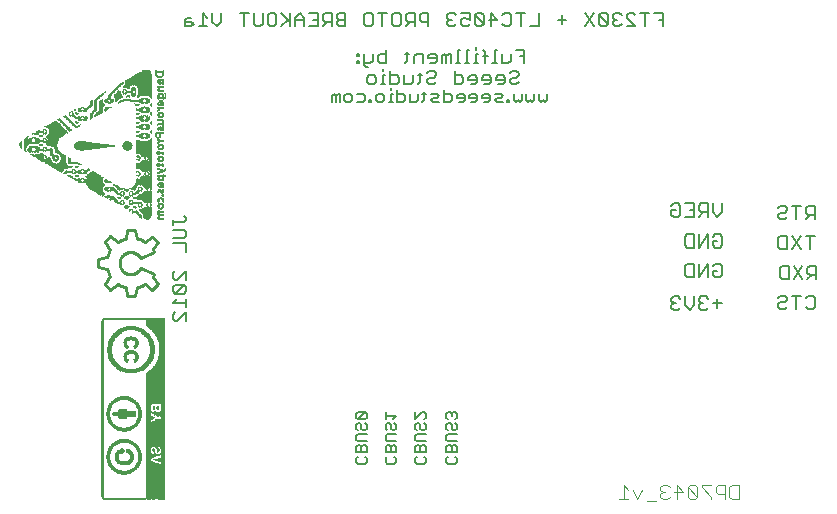
<source format=gbo>
G75*
G70*
%OFA0B0*%
%FSLAX24Y24*%
%IPPOS*%
%LPD*%
%AMOC8*
5,1,8,0,0,1.08239X$1,22.5*
%
%ADD10C,0.0050*%
%ADD11C,0.0060*%
%ADD12R,0.0015X0.6015*%
%ADD13R,0.0015X0.6045*%
%ADD14R,0.0015X0.4395*%
%ADD15R,0.0015X0.1620*%
%ADD16R,0.0015X0.2865*%
%ADD17R,0.0015X0.0210*%
%ADD18R,0.0015X0.0975*%
%ADD19R,0.0015X0.0075*%
%ADD20R,0.0015X0.0165*%
%ADD21R,0.0015X0.1170*%
%ADD22R,0.0015X0.0180*%
%ADD23R,0.0015X0.0945*%
%ADD24R,0.0015X0.0045*%
%ADD25R,0.0015X0.1035*%
%ADD26R,0.0015X0.1785*%
%ADD27R,0.0015X0.0930*%
%ADD28R,0.0015X0.0150*%
%ADD29R,0.0015X0.0885*%
%ADD30R,0.0015X0.1650*%
%ADD31R,0.0015X0.0060*%
%ADD32R,0.0015X0.0030*%
%ADD33R,0.0015X0.0135*%
%ADD34R,0.0015X0.1185*%
%ADD35R,0.0015X0.0810*%
%ADD36R,0.0015X0.1575*%
%ADD37R,0.0015X0.0120*%
%ADD38R,0.0015X0.0915*%
%ADD39R,0.0015X0.0765*%
%ADD40R,0.0015X0.1530*%
%ADD41R,0.0015X0.1200*%
%ADD42R,0.0015X0.0735*%
%ADD43R,0.0015X0.1485*%
%ADD44R,0.0015X0.0690*%
%ADD45R,0.0015X0.1455*%
%ADD46R,0.0015X0.1110*%
%ADD47R,0.0015X0.0660*%
%ADD48R,0.0015X0.1425*%
%ADD49R,0.0015X0.1080*%
%ADD50R,0.0015X0.1215*%
%ADD51R,0.0015X0.0630*%
%ADD52R,0.0015X0.1395*%
%ADD53R,0.0015X0.0090*%
%ADD54R,0.0015X0.1020*%
%ADD55R,0.0015X0.0600*%
%ADD56R,0.0015X0.1365*%
%ADD57R,0.0015X0.0960*%
%ADD58R,0.0015X0.0585*%
%ADD59R,0.0015X0.1335*%
%ADD60R,0.0015X0.1230*%
%ADD61R,0.0015X0.0555*%
%ADD62R,0.0015X0.1320*%
%ADD63R,0.0015X0.0540*%
%ADD64R,0.0015X0.1290*%
%ADD65R,0.0015X0.0885*%
%ADD66R,0.0015X0.0225*%
%ADD67R,0.0015X0.1245*%
%ADD68R,0.0015X0.0510*%
%ADD69R,0.0015X0.0300*%
%ADD70R,0.0015X0.1275*%
%ADD71R,0.0015X0.0105*%
%ADD72R,0.0015X0.0270*%
%ADD73R,0.0015X0.0015*%
%ADD74R,0.0015X0.0495*%
%ADD75R,0.0015X0.0435*%
%ADD76R,0.0015X0.1260*%
%ADD77R,0.0015X0.0855*%
%ADD78R,0.0015X0.0480*%
%ADD79R,0.0015X0.0525*%
%ADD80R,0.0015X0.0465*%
%ADD81R,0.0015X0.0600*%
%ADD82R,0.0015X0.0450*%
%ADD83R,0.0015X0.0675*%
%ADD84R,0.0015X0.0840*%
%ADD85R,0.0015X0.0420*%
%ADD86R,0.0015X0.0735*%
%ADD87R,0.0015X0.0405*%
%ADD88R,0.0015X0.0780*%
%ADD89R,0.0015X0.0825*%
%ADD90R,0.0015X0.1155*%
%ADD91R,0.0015X0.0195*%
%ADD92R,0.0015X0.0390*%
%ADD93R,0.0015X0.2670*%
%ADD94R,0.0015X0.0375*%
%ADD95R,0.0015X0.4320*%
%ADD96R,0.0015X0.0360*%
%ADD97R,0.0015X0.0330*%
%ADD98R,0.0015X0.4305*%
%ADD99R,0.0015X0.0345*%
%ADD100R,0.0015X0.4290*%
%ADD101R,0.0015X0.0330*%
%ADD102R,0.0015X0.4275*%
%ADD103R,0.0015X0.0255*%
%ADD104R,0.0015X0.4260*%
%ADD105R,0.0015X0.0315*%
%ADD106R,0.0015X0.0240*%
%ADD107R,0.0015X0.0300*%
%ADD108R,0.0015X0.4245*%
%ADD109R,0.0015X0.0285*%
%ADD110R,0.0015X0.4230*%
%ADD111R,0.0015X0.0270*%
%ADD112R,0.0015X0.4215*%
%ADD113R,0.0015X0.0060*%
%ADD114R,0.0015X0.0360*%
%ADD115R,0.0015X0.0450*%
%ADD116R,0.0015X0.0510*%
%ADD117R,0.0015X0.0570*%
%ADD118R,0.0015X0.0555*%
%ADD119R,0.0015X0.0615*%
%ADD120R,0.0015X0.0660*%
%ADD121R,0.0015X0.0345*%
%ADD122R,0.0015X0.0390*%
%ADD123R,0.0015X0.0315*%
%ADD124R,0.0015X0.0420*%
%ADD125R,0.0015X0.0465*%
%ADD126R,0.0015X0.0375*%
%ADD127R,0.0015X0.0285*%
%ADD128R,0.0015X0.0405*%
%ADD129R,0.0015X0.0870*%
%ADD130R,0.0015X0.0720*%
%ADD131R,0.0015X0.0645*%
%ADD132R,0.0015X0.0585*%
%ADD133R,0.0015X0.0495*%
%ADD134R,0.0015X0.0540*%
%ADD135R,0.0015X0.0480*%
%ADD136R,0.0015X0.6015*%
%ADD137R,0.0015X0.5985*%
%ADD138R,0.0015X0.5955*%
%ADD139R,0.0015X0.5895*%
%ADD140R,0.0010X0.0150*%
%ADD141R,0.0010X0.0070*%
%ADD142R,0.0010X0.0160*%
%ADD143R,0.0010X0.0080*%
%ADD144R,0.0010X0.0170*%
%ADD145R,0.0010X0.0090*%
%ADD146R,0.0010X0.0040*%
%ADD147R,0.0010X0.0100*%
%ADD148R,0.0010X0.0010*%
%ADD149R,0.0010X0.0060*%
%ADD150R,0.0010X0.0130*%
%ADD151R,0.0010X0.0050*%
%ADD152R,0.0010X0.0110*%
%ADD153R,0.0010X0.0140*%
%ADD154R,0.0010X0.0120*%
%ADD155R,0.0010X0.0190*%
%ADD156R,0.0010X0.0180*%
%ADD157R,0.0010X0.0210*%
%ADD158R,0.0010X0.0220*%
%ADD159R,0.0010X0.0200*%
%ADD160R,0.0010X0.0030*%
%ADD161R,0.0010X0.0020*%
%ADD162R,0.0010X0.0310*%
%ADD163R,0.0010X0.0780*%
%ADD164R,0.0010X0.1640*%
%ADD165R,0.0010X0.0380*%
%ADD166R,0.0010X0.0260*%
%ADD167R,0.0010X0.0800*%
%ADD168R,0.0010X0.1610*%
%ADD169R,0.0010X0.0360*%
%ADD170R,0.0010X0.0290*%
%ADD171R,0.0010X0.0820*%
%ADD172R,0.0010X0.1590*%
%ADD173R,0.0010X0.0340*%
%ADD174R,0.0010X0.0840*%
%ADD175R,0.0010X0.1570*%
%ADD176R,0.0010X0.0330*%
%ADD177R,0.0010X0.0320*%
%ADD178R,0.0010X0.1550*%
%ADD179R,0.0010X0.0300*%
%ADD180R,0.0010X0.0850*%
%ADD181R,0.0010X0.1080*%
%ADD182R,0.0010X0.0520*%
%ADD183R,0.0010X0.0450*%
%ADD184R,0.0010X0.0420*%
%ADD185R,0.0010X0.0540*%
%ADD186R,0.0010X0.0410*%
%ADD187R,0.0010X0.0430*%
%ADD188R,0.0010X0.0860*%
%ADD189R,0.0010X0.0530*%
%ADD190R,0.0010X0.0390*%
%ADD191R,0.0010X0.0510*%
%ADD192R,0.0010X0.0400*%
%ADD193R,0.0010X0.0500*%
%ADD194R,0.0010X0.0480*%
%ADD195R,0.0010X0.0370*%
%ADD196R,0.0010X0.0440*%
%ADD197R,0.0010X0.0870*%
%ADD198R,0.0010X0.0350*%
%ADD199R,0.0010X0.0490*%
%ADD200R,0.0010X0.0230*%
%ADD201R,0.0010X0.0270*%
%ADD202R,0.0010X0.0240*%
%ADD203R,0.0010X0.0830*%
%ADD204R,0.0010X0.0280*%
%ADD205R,0.0010X0.0810*%
%ADD206R,0.0010X0.0470*%
%ADD207R,0.0010X0.0250*%
%ADD208R,0.0010X0.0460*%
%ADD209R,0.0010X0.0640*%
%ADD210R,0.0010X0.0630*%
%ADD211R,0.0010X0.0620*%
%ADD212R,0.0010X0.0610*%
%ADD213R,0.0010X0.0590*%
%ADD214R,0.0010X0.0580*%
%ADD215R,0.0010X0.0560*%
%ADD216R,0.0010X0.0550*%
%ADD217R,0.0010X0.0570*%
%ADD218R,0.0010X0.0650*%
%ADD219R,0.0010X0.0680*%
%ADD220R,0.0010X0.0720*%
%ADD221R,0.0010X0.1060*%
%ADD222R,0.0010X0.1070*%
%ADD223R,0.0010X0.1050*%
%ADD224R,0.0010X0.0920*%
%ADD225R,0.0010X0.0890*%
%ADD226R,0.0010X0.0770*%
%ADD227R,0.0010X0.0760*%
%ADD228R,0.0010X0.0750*%
%ADD229R,0.0010X0.0740*%
%ADD230R,0.0010X0.0730*%
%ADD231C,0.0100*%
%ADD232C,0.0040*%
D10*
X016750Y005075D02*
X016750Y005192D01*
X016808Y005250D01*
X016750Y005385D02*
X016750Y005560D01*
X016808Y005618D01*
X016866Y005618D01*
X016925Y005560D01*
X016925Y005385D01*
X016925Y005560D02*
X016983Y005618D01*
X017042Y005618D01*
X017100Y005560D01*
X017100Y005385D01*
X016750Y005385D01*
X016750Y005075D02*
X016808Y005016D01*
X017042Y005016D01*
X017100Y005075D01*
X017100Y005192D01*
X017042Y005250D01*
X017734Y005192D02*
X017792Y005250D01*
X017734Y005192D02*
X017734Y005075D01*
X017792Y005016D01*
X018026Y005016D01*
X018084Y005075D01*
X018084Y005192D01*
X018026Y005250D01*
X018084Y005385D02*
X017734Y005385D01*
X017734Y005560D01*
X017792Y005618D01*
X017851Y005618D01*
X017909Y005560D01*
X017909Y005385D01*
X017909Y005560D02*
X017967Y005618D01*
X018026Y005618D01*
X018084Y005560D01*
X018084Y005385D01*
X018084Y005753D02*
X017792Y005753D01*
X017734Y005811D01*
X017734Y005928D01*
X017792Y005987D01*
X018084Y005987D01*
X018026Y006121D02*
X017967Y006121D01*
X017909Y006180D01*
X017909Y006297D01*
X017851Y006355D01*
X017792Y006355D01*
X017734Y006297D01*
X017734Y006180D01*
X017792Y006121D01*
X018026Y006121D02*
X018084Y006180D01*
X018084Y006297D01*
X018026Y006355D01*
X017967Y006490D02*
X018084Y006606D01*
X017734Y006606D01*
X017734Y006490D02*
X017734Y006723D01*
X017100Y006665D02*
X017100Y006548D01*
X017042Y006490D01*
X016808Y006490D01*
X017042Y006723D01*
X016808Y006723D01*
X016750Y006665D01*
X016750Y006548D01*
X016808Y006490D01*
X016808Y006355D02*
X016750Y006297D01*
X016750Y006180D01*
X016808Y006121D01*
X016925Y006180D02*
X016925Y006297D01*
X016866Y006355D01*
X016808Y006355D01*
X016925Y006180D02*
X016983Y006121D01*
X017042Y006121D01*
X017100Y006180D01*
X017100Y006297D01*
X017042Y006355D01*
X017100Y006665D02*
X017042Y006723D01*
X017100Y005987D02*
X016808Y005987D01*
X016750Y005928D01*
X016750Y005811D01*
X016808Y005753D01*
X017100Y005753D01*
X018718Y005811D02*
X018718Y005928D01*
X018777Y005987D01*
X019069Y005987D01*
X019010Y006121D02*
X018952Y006121D01*
X018893Y006180D01*
X018893Y006297D01*
X018835Y006355D01*
X018777Y006355D01*
X018718Y006297D01*
X018718Y006180D01*
X018777Y006121D01*
X019010Y006121D02*
X019069Y006180D01*
X019069Y006297D01*
X019010Y006355D01*
X019010Y006490D02*
X019069Y006548D01*
X019069Y006665D01*
X019010Y006723D01*
X018952Y006723D01*
X018718Y006490D01*
X018718Y006723D01*
X018718Y005811D02*
X018777Y005753D01*
X019069Y005753D01*
X019010Y005618D02*
X018952Y005618D01*
X018893Y005560D01*
X018893Y005385D01*
X018718Y005385D02*
X019069Y005385D01*
X019069Y005560D01*
X019010Y005618D01*
X018893Y005560D02*
X018835Y005618D01*
X018777Y005618D01*
X018718Y005560D01*
X018718Y005385D01*
X018777Y005250D02*
X018718Y005192D01*
X018718Y005075D01*
X018777Y005016D01*
X019010Y005016D01*
X019069Y005075D01*
X019069Y005192D01*
X019010Y005250D01*
X019752Y005192D02*
X019810Y005250D01*
X019752Y005192D02*
X019752Y005075D01*
X019810Y005016D01*
X020044Y005016D01*
X020102Y005075D01*
X020102Y005192D01*
X020044Y005250D01*
X020102Y005385D02*
X020102Y005560D01*
X020044Y005618D01*
X019985Y005618D01*
X019927Y005560D01*
X019927Y005385D01*
X019927Y005560D02*
X019868Y005618D01*
X019810Y005618D01*
X019752Y005560D01*
X019752Y005385D01*
X020102Y005385D01*
X020102Y005753D02*
X019810Y005753D01*
X019752Y005811D01*
X019752Y005928D01*
X019810Y005987D01*
X020102Y005987D01*
X020044Y006121D02*
X019985Y006121D01*
X019927Y006180D01*
X019927Y006297D01*
X019868Y006355D01*
X019810Y006355D01*
X019752Y006297D01*
X019752Y006180D01*
X019810Y006121D01*
X020044Y006121D02*
X020102Y006180D01*
X020102Y006297D01*
X020044Y006355D01*
X020044Y006490D02*
X020102Y006548D01*
X020102Y006665D01*
X020044Y006723D01*
X019985Y006723D01*
X019927Y006665D01*
X019868Y006723D01*
X019810Y006723D01*
X019752Y006665D01*
X019752Y006548D01*
X019810Y006490D01*
X019927Y006606D02*
X019927Y006665D01*
D11*
X027258Y010217D02*
X027332Y010144D01*
X027478Y010144D01*
X027552Y010217D01*
X027719Y010290D02*
X027865Y010144D01*
X028012Y010290D01*
X028012Y010584D01*
X028179Y010511D02*
X028252Y010584D01*
X028399Y010584D01*
X028473Y010511D01*
X028326Y010364D02*
X028252Y010364D01*
X028179Y010290D01*
X028179Y010217D01*
X028252Y010144D01*
X028399Y010144D01*
X028473Y010217D01*
X028639Y010364D02*
X028933Y010364D01*
X028786Y010511D02*
X028786Y010217D01*
X028252Y010364D02*
X028179Y010437D01*
X028179Y010511D01*
X027719Y010584D02*
X027719Y010290D01*
X027552Y010511D02*
X027478Y010584D01*
X027332Y010584D01*
X027258Y010511D01*
X027258Y010437D01*
X027332Y010364D01*
X027258Y010290D01*
X027258Y010217D01*
X027332Y010364D02*
X027405Y010364D01*
X027792Y011226D02*
X027719Y011300D01*
X027719Y011593D01*
X027792Y011667D01*
X028012Y011667D01*
X028012Y011226D01*
X027792Y011226D01*
X028179Y011226D02*
X028179Y011667D01*
X028473Y011667D02*
X028179Y011226D01*
X028473Y011226D02*
X028473Y011667D01*
X028639Y011593D02*
X028713Y011667D01*
X028860Y011667D01*
X028933Y011593D01*
X028933Y011300D01*
X028860Y011226D01*
X028713Y011226D01*
X028639Y011300D01*
X028639Y011446D01*
X028786Y011446D01*
X028713Y012210D02*
X028639Y012284D01*
X028639Y012431D01*
X028786Y012431D01*
X028639Y012577D02*
X028713Y012651D01*
X028860Y012651D01*
X028933Y012577D01*
X028933Y012284D01*
X028860Y012210D01*
X028713Y012210D01*
X028473Y012210D02*
X028473Y012651D01*
X028179Y012210D01*
X028179Y012651D01*
X028012Y012651D02*
X027792Y012651D01*
X027719Y012577D01*
X027719Y012284D01*
X027792Y012210D01*
X028012Y012210D01*
X028012Y012651D01*
X028012Y013244D02*
X027719Y013244D01*
X027552Y013317D02*
X027478Y013244D01*
X027332Y013244D01*
X027258Y013317D01*
X027258Y013464D01*
X027405Y013464D01*
X027552Y013611D02*
X027552Y013317D01*
X027552Y013611D02*
X027478Y013684D01*
X027332Y013684D01*
X027258Y013611D01*
X027719Y013684D02*
X028012Y013684D01*
X028012Y013244D01*
X028179Y013244D02*
X028326Y013391D01*
X028252Y013391D02*
X028473Y013391D01*
X028473Y013244D02*
X028473Y013684D01*
X028252Y013684D01*
X028179Y013611D01*
X028179Y013464D01*
X028252Y013391D01*
X028012Y013464D02*
X027865Y013464D01*
X028639Y013391D02*
X028639Y013684D01*
X028933Y013684D02*
X028933Y013391D01*
X028786Y013244D01*
X028639Y013391D01*
X030819Y013308D02*
X030819Y013235D01*
X030892Y013161D01*
X031039Y013161D01*
X031113Y013235D01*
X031039Y013381D02*
X031113Y013455D01*
X031113Y013528D01*
X031039Y013602D01*
X030892Y013602D01*
X030819Y013528D01*
X030892Y013381D02*
X030819Y013308D01*
X030892Y013381D02*
X031039Y013381D01*
X031279Y013602D02*
X031573Y013602D01*
X031426Y013602D02*
X031426Y013161D01*
X031740Y013161D02*
X031887Y013308D01*
X031813Y013308D02*
X032033Y013308D01*
X032033Y013161D02*
X032033Y013602D01*
X031813Y013602D01*
X031740Y013528D01*
X031740Y013381D01*
X031813Y013308D01*
X031740Y012600D02*
X032033Y012600D01*
X031887Y012600D02*
X031887Y012159D01*
X031573Y012159D02*
X031279Y012600D01*
X031113Y012600D02*
X030892Y012600D01*
X030819Y012526D01*
X030819Y012233D01*
X030892Y012159D01*
X031113Y012159D01*
X031113Y012600D01*
X031573Y012600D02*
X031279Y012159D01*
X031329Y011600D02*
X031622Y011159D01*
X031789Y011159D02*
X031936Y011306D01*
X031862Y011306D02*
X032083Y011306D01*
X032083Y011159D02*
X032083Y011600D01*
X031862Y011600D01*
X031789Y011526D01*
X031789Y011379D01*
X031862Y011306D01*
X031622Y011600D02*
X031329Y011159D01*
X031162Y011159D02*
X030942Y011159D01*
X030868Y011233D01*
X030868Y011526D01*
X030942Y011600D01*
X031162Y011600D01*
X031162Y011159D01*
X031279Y010613D02*
X031573Y010613D01*
X031426Y010613D02*
X031426Y010173D01*
X031113Y010246D02*
X031039Y010173D01*
X030892Y010173D01*
X030819Y010246D01*
X030819Y010320D01*
X030892Y010393D01*
X031039Y010393D01*
X031113Y010467D01*
X031113Y010540D01*
X031039Y010613D01*
X030892Y010613D01*
X030819Y010540D01*
X031740Y010540D02*
X031813Y010613D01*
X031960Y010613D01*
X032033Y010540D01*
X032033Y010246D01*
X031960Y010173D01*
X031813Y010173D01*
X031740Y010246D01*
X023115Y017137D02*
X023048Y017071D01*
X022982Y017137D01*
X022915Y017071D01*
X022848Y017137D01*
X022848Y017338D01*
X022691Y017338D02*
X022691Y017137D01*
X022625Y017071D01*
X022558Y017137D01*
X022491Y017071D01*
X022425Y017137D01*
X022425Y017338D01*
X022268Y017338D02*
X022268Y017137D01*
X022201Y017071D01*
X022134Y017137D01*
X022068Y017071D01*
X022001Y017137D01*
X022001Y017338D01*
X021844Y017137D02*
X021844Y017071D01*
X021778Y017071D01*
X021778Y017137D01*
X021844Y017137D01*
X021633Y017071D02*
X021432Y017071D01*
X021366Y017137D01*
X021432Y017204D01*
X021566Y017204D01*
X021633Y017271D01*
X021566Y017338D01*
X021366Y017338D01*
X021209Y017271D02*
X021142Y017338D01*
X021009Y017338D01*
X020942Y017271D01*
X020942Y017204D01*
X021209Y017204D01*
X021209Y017137D02*
X021209Y017271D01*
X021209Y017137D02*
X021142Y017071D01*
X021009Y017071D01*
X020786Y017137D02*
X020719Y017071D01*
X020585Y017071D01*
X020519Y017204D02*
X020786Y017204D01*
X020786Y017137D02*
X020786Y017271D01*
X020719Y017338D01*
X020585Y017338D01*
X020519Y017271D01*
X020519Y017204D01*
X020362Y017204D02*
X020095Y017204D01*
X020095Y017271D01*
X020162Y017338D01*
X020295Y017338D01*
X020362Y017271D01*
X020362Y017137D01*
X020295Y017071D01*
X020162Y017071D01*
X019938Y017137D02*
X019938Y017271D01*
X019872Y017338D01*
X019672Y017338D01*
X019672Y017471D02*
X019672Y017071D01*
X019872Y017071D01*
X019938Y017137D01*
X019515Y017071D02*
X019315Y017071D01*
X019248Y017137D01*
X019315Y017204D01*
X019448Y017204D01*
X019515Y017271D01*
X019448Y017338D01*
X019248Y017338D01*
X019091Y017338D02*
X018958Y017338D01*
X019025Y017404D02*
X019025Y017137D01*
X018958Y017071D01*
X018809Y017137D02*
X018742Y017071D01*
X018542Y017071D01*
X018542Y017338D01*
X018385Y017271D02*
X018319Y017338D01*
X018119Y017338D01*
X018119Y017471D02*
X018119Y017071D01*
X018319Y017071D01*
X018385Y017137D01*
X018385Y017271D01*
X017962Y017338D02*
X017895Y017338D01*
X017895Y017071D01*
X017962Y017071D02*
X017828Y017071D01*
X017680Y017137D02*
X017613Y017071D01*
X017479Y017071D01*
X017413Y017137D01*
X017413Y017271D01*
X017479Y017338D01*
X017613Y017338D01*
X017680Y017271D01*
X017680Y017137D01*
X017895Y017471D02*
X017895Y017538D01*
X017882Y017661D02*
X018102Y017661D01*
X018175Y017735D01*
X018175Y017881D01*
X018102Y017955D01*
X017882Y017955D01*
X017882Y018102D02*
X017882Y017661D01*
X017715Y017661D02*
X017568Y017661D01*
X017642Y017661D02*
X017642Y017955D01*
X017715Y017955D01*
X017642Y018102D02*
X017642Y018175D01*
X017534Y018373D02*
X017461Y018446D01*
X017461Y018593D01*
X017534Y018666D01*
X017755Y018666D01*
X017755Y018813D02*
X017755Y018373D01*
X017534Y018373D01*
X017294Y018446D02*
X017221Y018373D01*
X017001Y018373D01*
X017001Y018299D02*
X017074Y018226D01*
X017148Y018226D01*
X017001Y018299D02*
X017001Y018666D01*
X016834Y018666D02*
X016834Y018593D01*
X016761Y018593D01*
X016761Y018666D01*
X016834Y018666D01*
X016834Y018446D02*
X016834Y018373D01*
X016761Y018373D01*
X016761Y018446D01*
X016834Y018446D01*
X017294Y018446D02*
X017294Y018666D01*
X017335Y017955D02*
X017408Y017881D01*
X017408Y017735D01*
X017335Y017661D01*
X017188Y017661D01*
X017115Y017735D01*
X017115Y017881D01*
X017188Y017955D01*
X017335Y017955D01*
X016978Y017338D02*
X016777Y017338D01*
X016621Y017271D02*
X016621Y017137D01*
X016554Y017071D01*
X016421Y017071D01*
X016354Y017137D01*
X016354Y017271D01*
X016421Y017338D01*
X016554Y017338D01*
X016621Y017271D01*
X016777Y017071D02*
X016978Y017071D01*
X017044Y017137D01*
X017044Y017271D01*
X016978Y017338D01*
X017189Y017137D02*
X017189Y017071D01*
X017256Y017071D01*
X017256Y017137D01*
X017189Y017137D01*
X016197Y017071D02*
X016197Y017338D01*
X016130Y017338D01*
X016064Y017271D01*
X015997Y017338D01*
X015930Y017271D01*
X015930Y017071D01*
X016064Y017071D02*
X016064Y017271D01*
X018342Y017661D02*
X018342Y017955D01*
X018342Y017661D02*
X018562Y017661D01*
X018636Y017735D01*
X018636Y017955D01*
X018796Y017955D02*
X018943Y017955D01*
X018869Y018028D02*
X018869Y017735D01*
X018796Y017661D01*
X019109Y017735D02*
X019183Y017661D01*
X019330Y017661D01*
X019403Y017735D01*
X019330Y017881D02*
X019183Y017881D01*
X019109Y017808D01*
X019109Y017735D01*
X019330Y017881D02*
X019403Y017955D01*
X019403Y018028D01*
X019330Y018102D01*
X019183Y018102D01*
X019109Y018028D01*
X019222Y018373D02*
X019369Y018373D01*
X019443Y018446D01*
X019443Y018593D01*
X019369Y018666D01*
X019222Y018666D01*
X019149Y018593D01*
X019149Y018520D01*
X019443Y018520D01*
X019609Y018593D02*
X019609Y018373D01*
X019756Y018373D02*
X019756Y018593D01*
X019683Y018666D01*
X019609Y018593D01*
X019756Y018593D02*
X019830Y018666D01*
X019903Y018666D01*
X019903Y018373D01*
X020063Y018373D02*
X020210Y018373D01*
X020136Y018373D02*
X020136Y018813D01*
X020210Y018813D01*
X020443Y018813D02*
X020443Y018373D01*
X020370Y018373D02*
X020517Y018373D01*
X020677Y018373D02*
X020824Y018373D01*
X020750Y018373D02*
X020750Y018666D01*
X020824Y018666D01*
X020750Y018813D02*
X020750Y018887D01*
X020517Y018813D02*
X020443Y018813D01*
X020984Y018813D02*
X021057Y018740D01*
X021057Y018373D01*
X020984Y018593D02*
X021131Y018593D01*
X021291Y018373D02*
X021437Y018373D01*
X021364Y018373D02*
X021364Y018813D01*
X021437Y018813D01*
X021604Y018666D02*
X021604Y018373D01*
X021824Y018373D01*
X021898Y018446D01*
X021898Y018666D01*
X022065Y018813D02*
X022358Y018813D01*
X022358Y018373D01*
X022358Y018593D02*
X022211Y018593D01*
X022092Y018102D02*
X022165Y018028D01*
X022165Y017955D01*
X022092Y017881D01*
X021945Y017881D01*
X021872Y017808D01*
X021872Y017735D01*
X021945Y017661D01*
X022092Y017661D01*
X022165Y017735D01*
X022092Y018102D02*
X021945Y018102D01*
X021872Y018028D01*
X021705Y017881D02*
X021631Y017955D01*
X021485Y017955D01*
X021411Y017881D01*
X021411Y017808D01*
X021705Y017808D01*
X021705Y017735D02*
X021705Y017881D01*
X021705Y017735D02*
X021631Y017661D01*
X021485Y017661D01*
X021244Y017735D02*
X021244Y017881D01*
X021171Y017955D01*
X021024Y017955D01*
X020951Y017881D01*
X020951Y017808D01*
X021244Y017808D01*
X021244Y017735D02*
X021171Y017661D01*
X021024Y017661D01*
X020784Y017735D02*
X020784Y017881D01*
X020711Y017955D01*
X020564Y017955D01*
X020491Y017881D01*
X020491Y017808D01*
X020784Y017808D01*
X020784Y017735D02*
X020711Y017661D01*
X020564Y017661D01*
X020324Y017735D02*
X020324Y017881D01*
X020250Y017955D01*
X020030Y017955D01*
X020030Y018102D02*
X020030Y017661D01*
X020250Y017661D01*
X020324Y017735D01*
X018982Y018373D02*
X018982Y018666D01*
X018762Y018666D01*
X018689Y018593D01*
X018689Y018373D01*
X018449Y018446D02*
X018375Y018373D01*
X018449Y018446D02*
X018449Y018740D01*
X018522Y018666D02*
X018375Y018666D01*
X018400Y019588D02*
X018547Y019735D01*
X018474Y019735D02*
X018694Y019735D01*
X018694Y019588D02*
X018694Y020029D01*
X018474Y020029D01*
X018400Y019955D01*
X018400Y019809D01*
X018474Y019735D01*
X018233Y019662D02*
X018160Y019588D01*
X018013Y019588D01*
X017940Y019662D01*
X017940Y019955D01*
X018013Y020029D01*
X018160Y020029D01*
X018233Y019955D01*
X018233Y019662D01*
X017626Y019588D02*
X017626Y020029D01*
X017773Y020029D02*
X017479Y020029D01*
X017313Y019955D02*
X017313Y019662D01*
X017239Y019588D01*
X017093Y019588D01*
X017019Y019662D01*
X017019Y019955D01*
X017093Y020029D01*
X017239Y020029D01*
X017313Y019955D01*
X016392Y020029D02*
X016392Y019588D01*
X016172Y019588D01*
X016098Y019662D01*
X016098Y019735D01*
X016172Y019809D01*
X016392Y019809D01*
X016392Y020029D02*
X016172Y020029D01*
X016098Y019955D01*
X016098Y019882D01*
X016172Y019809D01*
X015932Y019735D02*
X015711Y019735D01*
X015638Y019809D01*
X015638Y019955D01*
X015711Y020029D01*
X015932Y020029D01*
X015932Y019588D01*
X015785Y019735D02*
X015638Y019588D01*
X015471Y019588D02*
X015178Y019588D01*
X015011Y019588D02*
X015011Y019882D01*
X014864Y020029D01*
X014717Y019882D01*
X014717Y019588D01*
X014551Y019588D02*
X014551Y020029D01*
X014477Y019809D02*
X014257Y019588D01*
X014090Y019662D02*
X014090Y019955D01*
X014017Y020029D01*
X013870Y020029D01*
X013797Y019955D01*
X013797Y019662D01*
X013870Y019588D01*
X014017Y019588D01*
X014090Y019662D01*
X014257Y020029D02*
X014551Y019735D01*
X014717Y019809D02*
X015011Y019809D01*
X015178Y020029D02*
X015471Y020029D01*
X015471Y019588D01*
X015471Y019809D02*
X015325Y019809D01*
X013630Y019662D02*
X013556Y019588D01*
X013410Y019588D01*
X013336Y019662D01*
X013336Y020029D01*
X013170Y020029D02*
X012876Y020029D01*
X013023Y020029D02*
X013023Y019588D01*
X013630Y019662D02*
X013630Y020029D01*
X012249Y020029D02*
X012249Y019735D01*
X012102Y019588D01*
X011955Y019735D01*
X011955Y020029D01*
X011788Y019882D02*
X011642Y020029D01*
X011642Y019588D01*
X011788Y019588D02*
X011495Y019588D01*
X011328Y019662D02*
X011255Y019735D01*
X011035Y019735D01*
X011035Y019809D02*
X011035Y019588D01*
X011255Y019588D01*
X011328Y019662D01*
X011255Y019882D02*
X011108Y019882D01*
X011035Y019809D01*
X018861Y019809D02*
X018934Y019735D01*
X019154Y019735D01*
X019154Y019588D02*
X019154Y020029D01*
X018934Y020029D01*
X018861Y019955D01*
X018861Y019809D01*
X019781Y019882D02*
X019855Y019809D01*
X019781Y019735D01*
X019781Y019662D01*
X019855Y019588D01*
X020001Y019588D01*
X020075Y019662D01*
X020242Y019662D02*
X020242Y019809D01*
X020315Y019882D01*
X020388Y019882D01*
X020535Y019809D01*
X020535Y020029D01*
X020242Y020029D01*
X020075Y019955D02*
X020001Y020029D01*
X019855Y020029D01*
X019781Y019955D01*
X019781Y019882D01*
X019855Y019809D02*
X019928Y019809D01*
X020242Y019662D02*
X020315Y019588D01*
X020462Y019588D01*
X020535Y019662D01*
X020702Y019662D02*
X020702Y019955D01*
X020996Y019662D01*
X020922Y019588D01*
X020775Y019588D01*
X020702Y019662D01*
X020702Y019955D02*
X020775Y020029D01*
X020922Y020029D01*
X020996Y019955D01*
X020996Y019662D01*
X021162Y019809D02*
X021456Y019809D01*
X021236Y020029D01*
X021236Y019588D01*
X021623Y019662D02*
X021696Y019588D01*
X021843Y019588D01*
X021916Y019662D01*
X021916Y019955D01*
X021843Y020029D01*
X021696Y020029D01*
X021623Y019955D01*
X022083Y020029D02*
X022377Y020029D01*
X022230Y020029D02*
X022230Y019588D01*
X022543Y019588D02*
X022837Y019588D01*
X022837Y020029D01*
X023464Y019809D02*
X023758Y019809D01*
X023611Y019955D02*
X023611Y019662D01*
X024385Y019588D02*
X024678Y020029D01*
X024845Y019955D02*
X025139Y019662D01*
X025065Y019588D01*
X024919Y019588D01*
X024845Y019662D01*
X024845Y019955D01*
X024919Y020029D01*
X025065Y020029D01*
X025139Y019955D01*
X025139Y019662D01*
X025306Y019662D02*
X025379Y019588D01*
X025526Y019588D01*
X025599Y019662D01*
X025766Y019588D02*
X026059Y019588D01*
X025766Y019882D01*
X025766Y019955D01*
X025839Y020029D01*
X025986Y020029D01*
X026059Y019955D01*
X026226Y020029D02*
X026520Y020029D01*
X026373Y020029D02*
X026373Y019588D01*
X026833Y019809D02*
X026980Y019809D01*
X026980Y020029D02*
X026687Y020029D01*
X026980Y020029D02*
X026980Y019588D01*
X025599Y019955D02*
X025526Y020029D01*
X025379Y020029D01*
X025306Y019955D01*
X025306Y019882D01*
X025379Y019809D01*
X025306Y019735D01*
X025306Y019662D01*
X025379Y019809D02*
X025452Y019809D01*
X024678Y019588D02*
X024385Y020029D01*
X023115Y017338D02*
X023115Y017137D01*
X018809Y017137D02*
X018809Y017338D01*
X011084Y013200D02*
X011084Y013127D01*
X011011Y013053D01*
X010644Y013053D01*
X010644Y012980D02*
X010644Y013127D01*
X010644Y012813D02*
X011011Y012813D01*
X011084Y012740D01*
X011084Y012593D01*
X011011Y012520D01*
X010644Y012520D01*
X010644Y012353D02*
X011084Y012353D01*
X011084Y012059D01*
X011084Y011432D02*
X010791Y011139D01*
X010718Y011139D01*
X010644Y011212D01*
X010644Y011359D01*
X010718Y011432D01*
X011084Y011432D02*
X011084Y011139D01*
X011011Y010972D02*
X010718Y010972D01*
X010644Y010898D01*
X010644Y010752D01*
X010718Y010678D01*
X011011Y010972D01*
X011084Y010898D01*
X011084Y010752D01*
X011011Y010678D01*
X010718Y010678D01*
X010791Y010511D02*
X010644Y010365D01*
X011084Y010365D01*
X011084Y010511D02*
X011084Y010218D01*
X011084Y010051D02*
X010791Y009757D01*
X010718Y009757D01*
X010644Y009831D01*
X010644Y009978D01*
X010718Y010051D01*
X011084Y010051D02*
X011084Y009757D01*
X011084Y013200D02*
X011011Y013274D01*
D12*
X010384Y006841D03*
D13*
X010369Y006841D03*
X010354Y006841D03*
X010339Y006841D03*
X010324Y006841D03*
X010309Y006841D03*
X010294Y006841D03*
X010279Y006841D03*
D14*
X010264Y007666D03*
D15*
X010264Y004628D03*
X009919Y004628D03*
D16*
X010234Y008431D03*
X010249Y008431D03*
D17*
X009754Y008288D03*
X009484Y008573D03*
X008764Y008303D03*
X008749Y008318D03*
X009484Y009023D03*
X009769Y009308D03*
X009754Y009323D03*
X009784Y009293D03*
X008749Y009308D03*
X010249Y006683D03*
X009469Y006383D03*
X008584Y006398D03*
X008584Y005513D03*
X009334Y005243D03*
D18*
X010249Y006016D03*
D19*
X009994Y006541D03*
X010009Y006691D03*
X009994Y006706D03*
X009979Y006706D03*
X008809Y006676D03*
X009034Y005431D03*
X010114Y005296D03*
X010249Y005341D03*
X010129Y005146D03*
X010114Y005146D03*
X009364Y008446D03*
X009364Y008896D03*
D20*
X009379Y008701D03*
X009394Y008686D03*
X009124Y008911D03*
X009139Y009151D03*
X009379Y009151D03*
X009574Y009451D03*
X009589Y009451D03*
X009604Y009436D03*
X009634Y009421D03*
X009559Y009466D03*
X009544Y009466D03*
X009514Y009481D03*
X009469Y009496D03*
X009049Y009496D03*
X009004Y009481D03*
X008974Y009466D03*
X008959Y009466D03*
X008944Y009451D03*
X008914Y009436D03*
X009124Y008461D03*
X008959Y008161D03*
X008944Y008161D03*
X008929Y008176D03*
X008899Y008191D03*
X008989Y008146D03*
X009034Y008131D03*
X009079Y008116D03*
X009499Y008131D03*
X009529Y008146D03*
X009544Y008146D03*
X009559Y008161D03*
X009574Y008161D03*
X009589Y008176D03*
X009604Y008176D03*
X009619Y008191D03*
X009649Y008206D03*
X009409Y007036D03*
X009424Y007021D03*
X009439Y007006D03*
X008749Y006676D03*
X008734Y006676D03*
X008629Y007021D03*
X008629Y006331D03*
X008644Y006316D03*
X009409Y006301D03*
X009424Y006316D03*
X010084Y006691D03*
X010219Y006661D03*
X009424Y005596D03*
X009199Y005401D03*
X008989Y005431D03*
X008869Y005401D03*
X008644Y005596D03*
X008629Y005581D03*
X008869Y005071D03*
X008884Y005056D03*
X008914Y005041D03*
X009154Y005041D03*
X009184Y005056D03*
X009199Y005071D03*
X009409Y004876D03*
X009424Y004891D03*
X010069Y005311D03*
X010234Y005146D03*
X010249Y005146D03*
X008644Y004876D03*
X008629Y004891D03*
D21*
X010219Y004403D03*
X010234Y004403D03*
X010249Y004403D03*
X009949Y007583D03*
D22*
X009454Y006983D03*
X009394Y006668D03*
X009379Y006668D03*
X009364Y006668D03*
X009349Y006668D03*
X009334Y006668D03*
X009319Y006668D03*
X009304Y006668D03*
X009289Y006668D03*
X009274Y006668D03*
X009259Y006668D03*
X009244Y006668D03*
X009229Y006668D03*
X009214Y006668D03*
X009199Y006668D03*
X009184Y006668D03*
X009169Y006668D03*
X009154Y006668D03*
X009139Y006668D03*
X009439Y006338D03*
X008614Y006353D03*
X008599Y006368D03*
X008614Y006998D03*
X010234Y006668D03*
X009439Y005573D03*
X009214Y005393D03*
X009214Y005078D03*
X009439Y004913D03*
X009454Y004928D03*
X009949Y005273D03*
X008854Y005378D03*
X008614Y005558D03*
X008614Y004913D03*
X008914Y008183D03*
X008884Y008198D03*
X008869Y008213D03*
X008854Y008228D03*
X008839Y008228D03*
X008824Y008243D03*
X009034Y008573D03*
X008479Y008813D03*
X009034Y009023D03*
X009394Y009143D03*
X009619Y009428D03*
X009649Y009413D03*
X009664Y009398D03*
X008929Y009443D03*
X008899Y009428D03*
X008884Y009413D03*
X008869Y009413D03*
X008854Y009398D03*
X008839Y009383D03*
X009634Y008198D03*
X009664Y008213D03*
X009679Y008228D03*
D23*
X010234Y006031D03*
D24*
X010024Y006541D03*
X008659Y006676D03*
X009049Y005431D03*
X009979Y005461D03*
X010159Y005296D03*
X010174Y005296D03*
X010189Y005296D03*
X010219Y005311D03*
X010234Y005326D03*
X010084Y005146D03*
X010069Y005146D03*
X009169Y008461D03*
X009169Y008911D03*
D25*
X010219Y009346D03*
D26*
X010219Y007891D03*
D27*
X010219Y006038D03*
X010204Y006038D03*
X010084Y006023D03*
D28*
X009934Y006548D03*
X010069Y006698D03*
X010129Y006653D03*
X010189Y006653D03*
X010204Y006653D03*
X009394Y006293D03*
X009379Y006278D03*
X009349Y006248D03*
X008689Y006263D03*
X008674Y006278D03*
X008659Y006293D03*
X008704Y006668D03*
X008719Y006668D03*
X008764Y006668D03*
X008644Y007028D03*
X008659Y007043D03*
X008674Y007058D03*
X008689Y007073D03*
X008704Y007088D03*
X009394Y007058D03*
X009304Y008093D03*
X009289Y008093D03*
X009274Y008093D03*
X009259Y008093D03*
X009244Y008093D03*
X009229Y008093D03*
X009214Y008093D03*
X009139Y008108D03*
X009124Y008108D03*
X009109Y008108D03*
X009094Y008108D03*
X009064Y008123D03*
X009049Y008123D03*
X009019Y008138D03*
X009004Y008138D03*
X008974Y008153D03*
X009394Y008108D03*
X009409Y008108D03*
X009424Y008108D03*
X009439Y008108D03*
X009454Y008123D03*
X009469Y008123D03*
X009484Y008123D03*
X009514Y008138D03*
X009394Y008438D03*
X009364Y008708D03*
X009349Y008723D03*
X009334Y008723D03*
X009184Y008723D03*
X009154Y008708D03*
X009139Y008693D03*
X009394Y008903D03*
X009364Y009173D03*
X009349Y009173D03*
X009334Y009173D03*
X009289Y009188D03*
X009274Y009188D03*
X009259Y009188D03*
X009244Y009188D03*
X009229Y009188D03*
X009184Y009173D03*
X009169Y009173D03*
X009154Y009158D03*
X009094Y009503D03*
X009079Y009503D03*
X009064Y009503D03*
X009034Y009488D03*
X009019Y009488D03*
X008989Y009473D03*
X009109Y009518D03*
X009124Y009518D03*
X009139Y009518D03*
X009154Y009518D03*
X009169Y009518D03*
X009184Y009518D03*
X009199Y009518D03*
X009259Y009533D03*
X009319Y009518D03*
X009334Y009518D03*
X009349Y009518D03*
X009364Y009518D03*
X009379Y009518D03*
X009394Y009518D03*
X009409Y009518D03*
X009424Y009503D03*
X009439Y009503D03*
X009454Y009503D03*
X009484Y009488D03*
X009499Y009488D03*
X009529Y009473D03*
X009349Y005663D03*
X009364Y005648D03*
X009379Y005633D03*
X009394Y005618D03*
X009409Y005603D03*
X009184Y005408D03*
X009169Y005423D03*
X009154Y005423D03*
X009139Y005423D03*
X008944Y005423D03*
X008929Y005423D03*
X008914Y005423D03*
X008884Y005408D03*
X008734Y005243D03*
X008899Y005048D03*
X008929Y005033D03*
X008944Y005033D03*
X008974Y005018D03*
X008989Y005018D03*
X009004Y005018D03*
X009019Y005018D03*
X009034Y005018D03*
X009049Y005018D03*
X009064Y005018D03*
X009079Y005018D03*
X009094Y005018D03*
X009109Y005033D03*
X009124Y005033D03*
X009139Y005033D03*
X009169Y005048D03*
X009379Y004838D03*
X009364Y004823D03*
X009394Y004853D03*
X008704Y004823D03*
X008689Y004838D03*
X008674Y004853D03*
X008659Y004868D03*
X008659Y005618D03*
X008674Y005633D03*
X008689Y005648D03*
X009964Y005273D03*
X010219Y005138D03*
D29*
X010204Y009421D03*
D30*
X010204Y007823D03*
D31*
X008344Y003863D03*
X008359Y003848D03*
X008374Y003848D03*
X008389Y003848D03*
X008404Y003848D03*
X008419Y003848D03*
X008434Y003848D03*
X008449Y003848D03*
X008464Y003848D03*
X008479Y003848D03*
X008494Y003848D03*
X008509Y003848D03*
X008524Y003848D03*
X008539Y003848D03*
X008554Y003848D03*
X008569Y003848D03*
X008584Y003848D03*
X008599Y003848D03*
X008614Y003848D03*
X008629Y003848D03*
X008644Y003848D03*
X008659Y003848D03*
X008674Y003848D03*
X008689Y003848D03*
X008704Y003848D03*
X008719Y003848D03*
X008734Y003848D03*
X008749Y003848D03*
X008764Y003848D03*
X008779Y003848D03*
X008794Y003848D03*
X008809Y003848D03*
X008824Y003848D03*
X008839Y003848D03*
X008854Y003848D03*
X008869Y003848D03*
X008884Y003848D03*
X008899Y003848D03*
X008914Y003848D03*
X008929Y003848D03*
X008944Y003848D03*
X008959Y003848D03*
X008974Y003848D03*
X008989Y003848D03*
X009004Y003848D03*
X009019Y003848D03*
X009034Y003848D03*
X009049Y003848D03*
X009064Y003848D03*
X009079Y003848D03*
X009094Y003848D03*
X009109Y003848D03*
X009124Y003848D03*
X009139Y003848D03*
X009154Y003848D03*
X009169Y003848D03*
X009184Y003848D03*
X009199Y003848D03*
X009214Y003848D03*
X009229Y003848D03*
X009244Y003848D03*
X009259Y003848D03*
X009274Y003848D03*
X009289Y003848D03*
X009304Y003848D03*
X009319Y003848D03*
X009334Y003848D03*
X009349Y003848D03*
X009364Y003848D03*
X009379Y003848D03*
X009394Y003848D03*
X009409Y003848D03*
X009424Y003848D03*
X009439Y003848D03*
X009454Y003848D03*
X009469Y003848D03*
X009484Y003848D03*
X009499Y003848D03*
X009514Y003848D03*
X009529Y003848D03*
X009544Y003848D03*
X009559Y003848D03*
X009574Y003848D03*
X009589Y003848D03*
X009604Y003848D03*
X009619Y003848D03*
X009634Y003848D03*
X009649Y003848D03*
X009664Y003848D03*
X009679Y003848D03*
X009694Y003848D03*
X009709Y003848D03*
X009724Y003848D03*
X009739Y003848D03*
X009754Y003848D03*
X010099Y005138D03*
X010129Y005288D03*
X010144Y005288D03*
X010204Y005453D03*
X010009Y006548D03*
X009964Y006713D03*
X009949Y006728D03*
X008344Y009818D03*
D32*
X009019Y009023D03*
X009349Y008903D03*
X009349Y008453D03*
X009019Y008573D03*
X010039Y006548D03*
X010204Y005303D03*
X010054Y005138D03*
X009349Y005243D03*
D33*
X009124Y005431D03*
X009004Y005431D03*
X008899Y005416D03*
X008749Y005686D03*
X008764Y005701D03*
X008794Y005716D03*
X008719Y005671D03*
X008704Y005656D03*
X009319Y005686D03*
X009334Y005671D03*
X009979Y005266D03*
X009994Y005266D03*
X010204Y005146D03*
X010159Y005461D03*
X009349Y004816D03*
X009334Y004801D03*
X009304Y004786D03*
X008959Y005026D03*
X008809Y004756D03*
X008779Y004771D03*
X008749Y004786D03*
X008734Y004801D03*
X008719Y004816D03*
X008794Y006196D03*
X008764Y006211D03*
X008749Y006226D03*
X008734Y006226D03*
X008719Y006241D03*
X008704Y006256D03*
X009274Y006196D03*
X009319Y006226D03*
X009334Y006241D03*
X009364Y006256D03*
X008779Y006676D03*
X008689Y006676D03*
X008719Y007096D03*
X008734Y007111D03*
X008779Y007141D03*
X008809Y007156D03*
X009304Y007126D03*
X009319Y007111D03*
X009334Y007111D03*
X009349Y007096D03*
X009364Y007081D03*
X009379Y007066D03*
X010144Y006856D03*
X010159Y006856D03*
X010174Y006856D03*
X010099Y006676D03*
X010114Y006661D03*
X010144Y006646D03*
X010159Y006646D03*
X010174Y006646D03*
X009379Y008101D03*
X009364Y008101D03*
X009349Y008101D03*
X009334Y008101D03*
X009319Y008101D03*
X009199Y008101D03*
X009184Y008101D03*
X009169Y008101D03*
X009154Y008101D03*
X009139Y008446D03*
X009169Y008716D03*
X009199Y008731D03*
X009214Y008731D03*
X009229Y008731D03*
X009244Y008731D03*
X009259Y008731D03*
X009274Y008731D03*
X009289Y008731D03*
X009304Y008731D03*
X009319Y008731D03*
X009139Y008896D03*
X009199Y009181D03*
X009214Y009181D03*
X009304Y009181D03*
X009319Y009181D03*
X009304Y009526D03*
X009289Y009526D03*
X009274Y009526D03*
X009244Y009526D03*
X009229Y009526D03*
X009214Y009526D03*
D34*
X009964Y007591D03*
X010189Y004411D03*
X010204Y004411D03*
D35*
X010189Y009458D03*
D36*
X010189Y007786D03*
D37*
X009289Y007133D03*
X009274Y007148D03*
X009259Y007148D03*
X009244Y007163D03*
X009229Y007163D03*
X009199Y007178D03*
X009184Y007178D03*
X009154Y007193D03*
X009139Y007193D03*
X008929Y007193D03*
X008914Y007193D03*
X008884Y007178D03*
X008869Y007178D03*
X008854Y007178D03*
X008839Y007163D03*
X008824Y007163D03*
X008794Y007148D03*
X008764Y007133D03*
X008749Y007118D03*
X008449Y006668D03*
X008779Y006203D03*
X008809Y006188D03*
X008839Y006173D03*
X008854Y006173D03*
X008884Y006158D03*
X008899Y006158D03*
X008974Y006143D03*
X008989Y006143D03*
X009004Y006143D03*
X009064Y006143D03*
X009079Y006143D03*
X009094Y006143D03*
X009169Y006158D03*
X009184Y006158D03*
X009214Y006173D03*
X009229Y006173D03*
X009244Y006188D03*
X009259Y006188D03*
X009289Y006203D03*
X009304Y006218D03*
X009949Y006548D03*
X010054Y006683D03*
X010039Y006863D03*
X010024Y006863D03*
X010009Y006863D03*
X010129Y006863D03*
X010189Y006863D03*
X009289Y005708D03*
X009274Y005708D03*
X009259Y005723D03*
X009244Y005723D03*
X009229Y005738D03*
X009214Y005738D03*
X009184Y005753D03*
X009169Y005753D03*
X009109Y005768D03*
X009094Y005768D03*
X009079Y005768D03*
X008974Y005768D03*
X008959Y005768D03*
X008899Y005753D03*
X008884Y005753D03*
X008854Y005738D03*
X008839Y005738D03*
X008824Y005723D03*
X008809Y005723D03*
X008779Y005708D03*
X008734Y005678D03*
X009304Y005693D03*
X010009Y005453D03*
X010024Y005453D03*
X010174Y005453D03*
X010189Y005453D03*
X010084Y005303D03*
X010024Y005273D03*
X010009Y005273D03*
X010189Y005138D03*
X009319Y004793D03*
X009289Y004778D03*
X009274Y004763D03*
X009259Y004763D03*
X009244Y004748D03*
X009229Y004748D03*
X009199Y004733D03*
X009184Y004733D03*
X009154Y004718D03*
X009139Y004718D03*
X008929Y004718D03*
X008914Y004718D03*
X008884Y004733D03*
X008869Y004733D03*
X008839Y004748D03*
X008824Y004748D03*
X008794Y004763D03*
X008764Y004778D03*
X008449Y005243D03*
X009379Y008438D03*
X009499Y008573D03*
X009379Y008888D03*
X009499Y009023D03*
D38*
X008614Y008806D03*
X010159Y006046D03*
X010174Y006046D03*
X010189Y006046D03*
X010069Y006016D03*
D39*
X010174Y009481D03*
D40*
X010174Y007763D03*
D41*
X009979Y007598D03*
X010144Y004418D03*
X010159Y004418D03*
X010174Y004418D03*
D42*
X010159Y009496D03*
D43*
X010159Y007741D03*
D44*
X010144Y009518D03*
D45*
X010144Y007726D03*
D46*
X010144Y005948D03*
D47*
X010129Y009533D03*
D48*
X010129Y007711D03*
D49*
X010129Y005963D03*
D50*
X010129Y004426D03*
X010114Y004426D03*
X010099Y004426D03*
X009994Y007606D03*
D51*
X010114Y009548D03*
D52*
X010114Y007696D03*
D53*
X010114Y006878D03*
X010054Y006878D03*
X009934Y006743D03*
X010024Y006698D03*
X009979Y006548D03*
X010099Y005288D03*
X009154Y008453D03*
X009154Y008903D03*
D54*
X010114Y005993D03*
D55*
X010099Y009563D03*
D56*
X010099Y007681D03*
D57*
X010099Y006008D03*
D58*
X010084Y009571D03*
D59*
X010084Y007666D03*
D60*
X010069Y004433D03*
X010084Y004433D03*
D61*
X010069Y009586D03*
D62*
X010069Y007658D03*
D63*
X010054Y009593D03*
D64*
X010054Y007643D03*
X009934Y004463D03*
D65*
X010039Y006016D03*
X010054Y006016D03*
X009919Y008806D03*
D66*
X009814Y009256D03*
X009799Y009271D03*
X008734Y009286D03*
X008719Y009271D03*
X008719Y008341D03*
X008734Y008326D03*
X009769Y008311D03*
X009784Y008326D03*
X009799Y008341D03*
X009484Y006931D03*
X009484Y006421D03*
X009484Y005491D03*
X008959Y005431D03*
X009484Y004981D03*
X010054Y005341D03*
D67*
X010054Y004441D03*
X010039Y004441D03*
X010024Y004441D03*
X010009Y007621D03*
D68*
X010039Y009608D03*
D69*
X009874Y009158D03*
X010039Y008813D03*
X009874Y008468D03*
X009454Y008573D03*
X009454Y009023D03*
X009064Y009023D03*
X008644Y009143D03*
X008464Y006668D03*
X008869Y006668D03*
X009124Y006668D03*
X008764Y005243D03*
X008464Y005243D03*
D70*
X009949Y004456D03*
X009964Y004456D03*
X010039Y007636D03*
D71*
X009214Y007171D03*
X009169Y007186D03*
X009124Y007201D03*
X009109Y007201D03*
X009094Y007201D03*
X009079Y007201D03*
X009064Y007201D03*
X009049Y007201D03*
X009034Y007201D03*
X009019Y007201D03*
X009004Y007201D03*
X008989Y007201D03*
X008974Y007201D03*
X008959Y007201D03*
X008944Y007201D03*
X008899Y007186D03*
X008794Y006676D03*
X008674Y006676D03*
X008824Y006181D03*
X008869Y006166D03*
X008914Y006151D03*
X008929Y006151D03*
X008944Y006151D03*
X008959Y006151D03*
X009019Y006136D03*
X009034Y006136D03*
X009049Y006136D03*
X009109Y006151D03*
X009124Y006151D03*
X009139Y006151D03*
X009154Y006151D03*
X009199Y006166D03*
X009964Y006541D03*
X010039Y006691D03*
X009994Y006871D03*
X009199Y005746D03*
X009154Y005761D03*
X009139Y005761D03*
X009124Y005761D03*
X009064Y005776D03*
X009049Y005776D03*
X009034Y005776D03*
X009019Y005776D03*
X009004Y005776D03*
X008989Y005776D03*
X008944Y005761D03*
X008929Y005761D03*
X008914Y005761D03*
X008869Y005746D03*
X009019Y005431D03*
X008854Y004741D03*
X008899Y004726D03*
X008944Y004711D03*
X008959Y004711D03*
X008974Y004711D03*
X008989Y004711D03*
X009004Y004711D03*
X009019Y004711D03*
X009034Y004711D03*
X009049Y004711D03*
X009064Y004711D03*
X009079Y004711D03*
X009094Y004711D03*
X009109Y004711D03*
X009124Y004711D03*
X009169Y004726D03*
X009214Y004741D03*
X009994Y005461D03*
D72*
X010039Y005363D03*
X009319Y005243D03*
X008854Y006668D03*
X008674Y008408D03*
X008659Y008438D03*
X009469Y008573D03*
X009844Y008408D03*
X009859Y008438D03*
X009469Y009023D03*
X009859Y009188D03*
D73*
X010024Y005146D03*
X010039Y005146D03*
D74*
X010024Y009616D03*
D75*
X009904Y009046D03*
X010024Y008806D03*
X009904Y008566D03*
X009244Y005236D03*
X008824Y005236D03*
D76*
X009979Y004448D03*
X009994Y004448D03*
X010009Y004448D03*
X010024Y007628D03*
D77*
X010024Y006016D03*
X010009Y006016D03*
X009994Y006001D03*
X009964Y005986D03*
X009949Y005971D03*
X009934Y005956D03*
D78*
X010009Y009623D03*
D79*
X010009Y008806D03*
D80*
X009994Y009631D03*
D81*
X009994Y008813D03*
X008524Y006668D03*
X008524Y005243D03*
D82*
X009979Y009638D03*
D83*
X009979Y008806D03*
D84*
X009979Y005993D03*
D85*
X009964Y009653D03*
D86*
X009964Y008806D03*
D87*
X009949Y009661D03*
X009934Y009661D03*
D88*
X009949Y008813D03*
X008569Y008813D03*
D89*
X008584Y008806D03*
X009934Y008806D03*
D90*
X009934Y007576D03*
D91*
X009469Y006961D03*
X009454Y006361D03*
X008584Y006946D03*
X008599Y006976D03*
X008809Y008251D03*
X008794Y008266D03*
X008779Y008281D03*
X009124Y008671D03*
X009124Y009121D03*
X008824Y009376D03*
X008809Y009361D03*
X008794Y009346D03*
X008779Y009331D03*
X008764Y009316D03*
X009679Y009391D03*
X009694Y009376D03*
X009709Y009361D03*
X009724Y009346D03*
X009739Y009331D03*
X009739Y008281D03*
X009724Y008266D03*
X009709Y008251D03*
X009694Y008236D03*
X009454Y005551D03*
X009469Y005521D03*
X008974Y005431D03*
X008854Y005086D03*
X008584Y004966D03*
X008599Y004936D03*
X009469Y004951D03*
X009934Y005281D03*
X008599Y005536D03*
D92*
X009919Y009668D03*
D93*
X009919Y006803D03*
D94*
X009904Y009676D03*
D95*
X009904Y005978D03*
D96*
X009889Y009683D03*
D97*
X009889Y009113D03*
X009889Y008498D03*
X009439Y008573D03*
X009079Y008573D03*
X009079Y009023D03*
X008629Y009113D03*
X008554Y006488D03*
X008554Y005423D03*
D98*
X009889Y005971D03*
D99*
X009874Y009691D03*
D100*
X009874Y005963D03*
D101*
X009859Y009698D03*
X009844Y009698D03*
D102*
X009859Y005956D03*
D103*
X009499Y006451D03*
X009604Y006676D03*
X009499Y005461D03*
X009604Y005236D03*
X009499Y005011D03*
X008749Y005236D03*
X008689Y008386D03*
X009049Y008566D03*
X009829Y008386D03*
X009844Y009211D03*
X008689Y009226D03*
X008674Y009211D03*
D104*
X009829Y005948D03*
X009844Y005948D03*
D105*
X009829Y009706D03*
D106*
X009829Y009233D03*
X009049Y009023D03*
X008704Y009248D03*
X008704Y008363D03*
X009814Y008363D03*
X009499Y006893D03*
X008569Y006908D03*
X008569Y006428D03*
X008569Y005483D03*
X008569Y005003D03*
D107*
X009799Y009713D03*
X009814Y009713D03*
D108*
X009799Y005941D03*
X009814Y005941D03*
D109*
X009784Y009721D03*
D110*
X009784Y005933D03*
D111*
X009769Y009728D03*
D112*
X009769Y005926D03*
D113*
X009754Y009833D03*
X009739Y009833D03*
X009724Y009833D03*
X009709Y009833D03*
X009694Y009833D03*
X009679Y009833D03*
X009664Y009833D03*
X009649Y009833D03*
X009634Y009833D03*
X009619Y009833D03*
X009604Y009833D03*
X009589Y009833D03*
X009574Y009833D03*
X009559Y009833D03*
X009544Y009833D03*
X009529Y009833D03*
X009514Y009833D03*
X009499Y009833D03*
X009484Y009833D03*
X009469Y009833D03*
X009454Y009833D03*
X009439Y009833D03*
X009424Y009833D03*
X009409Y009833D03*
X009394Y009833D03*
X009379Y009833D03*
X009364Y009833D03*
X009349Y009833D03*
X009334Y009833D03*
X009319Y009833D03*
X009304Y009833D03*
X009289Y009833D03*
X009274Y009833D03*
X009259Y009833D03*
X009244Y009833D03*
X009229Y009833D03*
X009214Y009833D03*
X009199Y009833D03*
X009184Y009833D03*
X009169Y009833D03*
X009154Y009833D03*
X009139Y009833D03*
X009124Y009833D03*
X009109Y009833D03*
X009094Y009833D03*
X009079Y009833D03*
X009064Y009833D03*
X009049Y009833D03*
X009034Y009833D03*
X009019Y009833D03*
X009004Y009833D03*
X008989Y009833D03*
X008974Y009833D03*
X008959Y009833D03*
X008944Y009833D03*
X008929Y009833D03*
X008914Y009833D03*
X008899Y009833D03*
X008884Y009833D03*
X008869Y009833D03*
X008854Y009833D03*
X008839Y009833D03*
X008824Y009833D03*
X008809Y009833D03*
X008794Y009833D03*
X008779Y009833D03*
X008764Y009833D03*
X008749Y009833D03*
X008734Y009833D03*
X008719Y009833D03*
X008704Y009833D03*
X008689Y009833D03*
X008674Y009833D03*
X008659Y009833D03*
X008644Y009833D03*
X008629Y009833D03*
X008614Y009833D03*
X008599Y009833D03*
X008584Y009833D03*
X008569Y009833D03*
X008554Y009833D03*
X008539Y009833D03*
X008524Y009833D03*
X008509Y009833D03*
X008494Y009833D03*
X008479Y009833D03*
X008464Y009833D03*
X008449Y009833D03*
X008434Y009833D03*
X008419Y009833D03*
X008404Y009833D03*
X008389Y009833D03*
X008374Y009833D03*
X008359Y009833D03*
D114*
X009094Y009023D03*
X009424Y009023D03*
X009424Y008573D03*
X009094Y008573D03*
X009589Y006668D03*
X009589Y005243D03*
X009289Y005243D03*
D115*
X009574Y005243D03*
X009574Y006668D03*
D116*
X009559Y006668D03*
X009559Y005243D03*
D117*
X009544Y006668D03*
D118*
X009544Y005236D03*
D119*
X009529Y005236D03*
X009529Y006676D03*
D120*
X009514Y006668D03*
X009514Y005243D03*
X008539Y008813D03*
D121*
X008629Y008506D03*
X009439Y009031D03*
X008779Y005236D03*
D122*
X009274Y005243D03*
X009409Y008573D03*
X009409Y009023D03*
X008494Y008813D03*
D123*
X008644Y008476D03*
X008554Y006856D03*
X008884Y006676D03*
X008899Y006676D03*
X008914Y006676D03*
X008929Y006676D03*
X008944Y006676D03*
X008959Y006676D03*
X008974Y006676D03*
X008989Y006676D03*
X009004Y006676D03*
X009019Y006676D03*
X009034Y006676D03*
X009049Y006676D03*
X009064Y006676D03*
X009079Y006676D03*
X009094Y006676D03*
X009109Y006676D03*
X009304Y005236D03*
X008554Y005056D03*
D124*
X009259Y005243D03*
D125*
X009229Y005236D03*
X008839Y005236D03*
D126*
X008794Y005236D03*
X009109Y008566D03*
X009109Y009031D03*
D127*
X008659Y009181D03*
X009064Y008566D03*
D128*
X008479Y006676D03*
X008479Y005236D03*
X008809Y005236D03*
D129*
X008599Y008813D03*
D130*
X008554Y008813D03*
D131*
X008539Y006676D03*
X008539Y005236D03*
D132*
X008524Y008806D03*
D133*
X008509Y008806D03*
D134*
X008509Y006668D03*
X008509Y005243D03*
D135*
X008494Y005243D03*
X008494Y006668D03*
D136*
X008329Y006841D03*
D137*
X008314Y006841D03*
D138*
X008299Y006841D03*
D139*
X008284Y006841D03*
D140*
X009636Y013421D03*
X009506Y013661D03*
X009496Y013671D03*
X009516Y013881D03*
X009366Y014191D03*
X009136Y013861D03*
X009136Y013561D03*
X009126Y013561D03*
X009116Y013561D03*
X009106Y013561D03*
X008636Y014151D03*
X008626Y014151D03*
X008616Y014151D03*
X008606Y014151D03*
X008596Y014151D03*
X008586Y014151D03*
X008476Y014151D03*
X008466Y014151D03*
X008456Y014151D03*
X008446Y014151D03*
X008436Y014151D03*
X008426Y014151D03*
X008326Y014301D03*
X007746Y014741D03*
X007736Y014741D03*
X007726Y014741D03*
X007716Y014741D03*
X007706Y014741D03*
X007696Y014741D03*
X007586Y014741D03*
X007576Y014741D03*
X007566Y014741D03*
X007556Y014741D03*
X007546Y014741D03*
X007106Y014921D03*
X006926Y015301D03*
X006826Y015421D03*
X006156Y015241D03*
X005856Y015481D03*
X005566Y015631D03*
X005856Y015781D03*
X006516Y016231D03*
X007066Y016061D03*
X007546Y016521D03*
X007556Y016521D03*
X007736Y016521D03*
X007736Y016811D03*
X007746Y016811D03*
X007726Y016811D03*
X007716Y016811D03*
X007706Y016811D03*
X007696Y016811D03*
X007586Y016811D03*
X007576Y016811D03*
X007566Y016811D03*
X007556Y016811D03*
X007546Y016811D03*
X007346Y016621D03*
X007336Y016631D03*
X007326Y016641D03*
X008326Y016961D03*
X008536Y017231D03*
X009576Y017111D03*
X009946Y016961D03*
X009856Y016811D03*
X009846Y016811D03*
X009576Y016811D03*
X009576Y016521D03*
X009576Y016221D03*
X009846Y016221D03*
X009856Y016221D03*
X009946Y016371D03*
X010176Y016631D03*
X010336Y016631D03*
X010326Y016171D03*
X010336Y015561D03*
X010176Y015161D03*
X009276Y015611D03*
X009576Y015931D03*
X008286Y015611D03*
X007546Y014451D03*
X010176Y013591D03*
X010336Y013591D03*
X010326Y013791D03*
X010336Y014291D03*
X010426Y017271D03*
X010186Y017741D03*
X010176Y017751D03*
X010076Y018041D03*
D141*
X010126Y018081D03*
X010136Y018081D03*
X010146Y018081D03*
X010156Y018081D03*
X010166Y018081D03*
X010176Y018081D03*
X010186Y018081D03*
X010196Y018081D03*
X010206Y018081D03*
X010216Y018081D03*
X010226Y018081D03*
X010236Y018081D03*
X010246Y018081D03*
X010256Y018081D03*
X010266Y018081D03*
X010276Y018081D03*
X010286Y018081D03*
X010296Y018081D03*
X010306Y018081D03*
X010276Y017911D03*
X010266Y017911D03*
X010256Y017901D03*
X010246Y017901D03*
X010236Y017901D03*
X010226Y017901D03*
X010216Y017901D03*
X010206Y017901D03*
X010196Y017901D03*
X010186Y017901D03*
X010176Y017901D03*
X010156Y017911D03*
X010276Y017801D03*
X010356Y017771D03*
X010306Y017691D03*
X010206Y017691D03*
X010226Y017571D03*
X010236Y017571D03*
X010246Y017571D03*
X010256Y017571D03*
X010266Y017571D03*
X010276Y017571D03*
X010286Y017571D03*
X010296Y017571D03*
X010306Y017571D03*
X010316Y017571D03*
X010326Y017571D03*
X010336Y017571D03*
X010346Y017571D03*
X010356Y017571D03*
X010226Y017441D03*
X010216Y017441D03*
X010156Y017481D03*
X010226Y017331D03*
X010236Y017331D03*
X010246Y017331D03*
X010256Y017331D03*
X010266Y017331D03*
X010276Y017331D03*
X010286Y017331D03*
X010296Y017321D03*
X010206Y017321D03*
X010156Y017271D03*
X010216Y017191D03*
X010226Y017191D03*
X010236Y017191D03*
X010246Y017191D03*
X010256Y017191D03*
X010266Y017191D03*
X010276Y017191D03*
X010286Y017191D03*
X010346Y017191D03*
X010356Y017191D03*
X010376Y017201D03*
X010196Y017071D03*
X010226Y016851D03*
X010236Y016851D03*
X010246Y016851D03*
X010256Y016851D03*
X010266Y016851D03*
X010276Y016851D03*
X010286Y016851D03*
X010296Y016851D03*
X010306Y016851D03*
X010316Y016851D03*
X010326Y016851D03*
X010336Y016851D03*
X010346Y016851D03*
X010296Y016701D03*
X010286Y016701D03*
X010306Y016691D03*
X010266Y016711D03*
X010256Y016711D03*
X010226Y016701D03*
X010216Y016701D03*
X010206Y016691D03*
X010206Y016571D03*
X010216Y016561D03*
X010226Y016561D03*
X010236Y016561D03*
X010246Y016561D03*
X010256Y016561D03*
X010266Y016561D03*
X010276Y016561D03*
X010286Y016561D03*
X010296Y016561D03*
X010306Y016571D03*
X010296Y016451D03*
X010286Y016451D03*
X010276Y016451D03*
X010266Y016451D03*
X010256Y016451D03*
X010246Y016451D03*
X010236Y016451D03*
X010226Y016451D03*
X010216Y016451D03*
X010206Y016451D03*
X010196Y016451D03*
X010186Y016451D03*
X010176Y016451D03*
X010166Y016451D03*
X010166Y016321D03*
X010176Y016321D03*
X010186Y016321D03*
X010196Y016321D03*
X010206Y016321D03*
X010216Y016321D03*
X010226Y016321D03*
X010236Y016321D03*
X010246Y016321D03*
X010256Y016321D03*
X010266Y016321D03*
X010276Y016321D03*
X010286Y016321D03*
X010296Y016321D03*
X010356Y016411D03*
X010196Y016211D03*
X010286Y016131D03*
X010316Y016131D03*
X010316Y016021D03*
X010326Y016021D03*
X010336Y016021D03*
X010346Y016021D03*
X010356Y016021D03*
X010306Y016021D03*
X010296Y016021D03*
X010286Y016021D03*
X010276Y016021D03*
X010266Y016021D03*
X010206Y016021D03*
X010196Y016021D03*
X010186Y016021D03*
X010176Y016021D03*
X010166Y016021D03*
X010156Y016021D03*
X010146Y016021D03*
X010136Y016021D03*
X010126Y016021D03*
X010136Y015881D03*
X010146Y015881D03*
X010156Y015881D03*
X010166Y015881D03*
X010176Y015881D03*
X010186Y015881D03*
X010196Y015891D03*
X010236Y015781D03*
X010246Y015781D03*
X010256Y015781D03*
X010266Y015781D03*
X010276Y015781D03*
X010286Y015781D03*
X010296Y015781D03*
X010306Y015781D03*
X010316Y015781D03*
X010326Y015781D03*
X010336Y015781D03*
X010346Y015781D03*
X010296Y015631D03*
X010286Y015631D03*
X010276Y015631D03*
X010266Y015631D03*
X010236Y015631D03*
X010226Y015631D03*
X010216Y015631D03*
X010206Y015621D03*
X010306Y015621D03*
X010306Y015501D03*
X010296Y015491D03*
X010286Y015491D03*
X010226Y015491D03*
X010216Y015491D03*
X010206Y015501D03*
X010296Y015371D03*
X010296Y015231D03*
X010286Y015231D03*
X010226Y015231D03*
X010216Y015231D03*
X010206Y015221D03*
X010206Y015101D03*
X010226Y015091D03*
X010236Y015091D03*
X010246Y015091D03*
X010266Y015091D03*
X010276Y015091D03*
X010286Y015091D03*
X010296Y015101D03*
X010306Y015101D03*
X010306Y014971D03*
X010296Y014971D03*
X010356Y014941D03*
X010426Y014821D03*
X010376Y014781D03*
X010356Y014771D03*
X010346Y014771D03*
X010246Y014811D03*
X010226Y014821D03*
X010216Y014821D03*
X010196Y014831D03*
X010186Y014831D03*
X010176Y014841D03*
X010166Y014841D03*
X010186Y014711D03*
X010196Y014711D03*
X010226Y014721D03*
X010166Y014701D03*
X010156Y014701D03*
X010216Y014601D03*
X010226Y014601D03*
X010236Y014601D03*
X010246Y014601D03*
X010256Y014601D03*
X010266Y014601D03*
X010276Y014601D03*
X010286Y014601D03*
X010296Y014601D03*
X010356Y014601D03*
X010366Y014601D03*
X010376Y014601D03*
X010386Y014601D03*
X010396Y014601D03*
X010406Y014601D03*
X010416Y014601D03*
X010426Y014601D03*
X010356Y014521D03*
X010286Y014461D03*
X010276Y014461D03*
X010266Y014461D03*
X010256Y014461D03*
X010246Y014461D03*
X010236Y014461D03*
X010226Y014461D03*
X010216Y014461D03*
X010206Y014471D03*
X010156Y014511D03*
X010276Y014361D03*
X010306Y014351D03*
X010196Y014241D03*
X010196Y014131D03*
X010286Y014051D03*
X010316Y014051D03*
X010316Y013951D03*
X010326Y013951D03*
X010336Y013951D03*
X010306Y013951D03*
X010276Y013851D03*
X010266Y013851D03*
X010256Y013851D03*
X010246Y013851D03*
X010236Y013851D03*
X010216Y013841D03*
X010296Y013841D03*
X010296Y013661D03*
X010286Y013661D03*
X010276Y013661D03*
X010306Y013651D03*
X010236Y013661D03*
X010226Y013661D03*
X010216Y013661D03*
X010206Y013651D03*
X010206Y013531D03*
X010216Y013521D03*
X010226Y013521D03*
X010286Y013521D03*
X010296Y013521D03*
X010306Y013531D03*
X010306Y013411D03*
X010316Y013411D03*
X010326Y013411D03*
X010336Y013411D03*
X010346Y013411D03*
X010296Y013411D03*
X010286Y013411D03*
X010276Y013411D03*
X010266Y013411D03*
X010256Y013411D03*
X010246Y013411D03*
X010236Y013411D03*
X010226Y013411D03*
X010216Y013411D03*
X010156Y013321D03*
X010156Y013201D03*
X010206Y013171D03*
X009946Y013631D03*
X009786Y013631D03*
X009566Y013451D03*
X009406Y013411D03*
X009396Y013411D03*
X009386Y013411D03*
X009376Y013411D03*
X009366Y013411D03*
X009356Y013411D03*
X009346Y013411D03*
X009366Y013561D03*
X009176Y013561D03*
X009066Y013561D03*
X009046Y013711D03*
X009196Y013711D03*
X009196Y014001D03*
X009146Y014121D03*
X009096Y014121D03*
X008916Y014181D03*
X008906Y014181D03*
X008896Y014001D03*
X008886Y014001D03*
X008876Y014001D03*
X008866Y014001D03*
X008856Y014001D03*
X008846Y014001D03*
X008856Y013861D03*
X008866Y013861D03*
X009346Y014001D03*
X009356Y014001D03*
X009366Y014001D03*
X009376Y014001D03*
X009386Y014001D03*
X009396Y014001D03*
X009526Y014091D03*
X009316Y014181D03*
X009786Y014151D03*
X009936Y014151D03*
X009946Y014151D03*
X009886Y014671D03*
X009866Y014671D03*
X009716Y014671D03*
X009566Y014671D03*
X008746Y014271D03*
X008736Y014281D03*
X008716Y014291D03*
X008706Y014301D03*
X008386Y014151D03*
X007786Y014321D03*
X007776Y014321D03*
X007806Y014451D03*
X007816Y014451D03*
X007786Y014571D03*
X007776Y014571D03*
X007596Y014491D03*
X007596Y014401D03*
X007496Y014451D03*
X007486Y014451D03*
X007476Y014451D03*
X007466Y014451D03*
X007596Y014701D03*
X007496Y014741D03*
X007486Y014741D03*
X007476Y014741D03*
X007466Y014741D03*
X007456Y014741D03*
X007446Y014741D03*
X007436Y014741D03*
X007426Y014741D03*
X007276Y014741D03*
X007266Y014741D03*
X007256Y014741D03*
X007246Y014741D03*
X007236Y014741D03*
X007226Y014741D03*
X007216Y014741D03*
X007206Y014741D03*
X007196Y014741D03*
X007186Y014741D03*
X007176Y014741D03*
X007166Y014741D03*
X007156Y014741D03*
X007146Y014741D03*
X007136Y014741D03*
X007056Y014691D03*
X007206Y014601D03*
X007266Y014901D03*
X007266Y015041D03*
X007276Y015041D03*
X007286Y015041D03*
X007296Y015041D03*
X007306Y015041D03*
X007316Y015041D03*
X007326Y015041D03*
X007336Y015041D03*
X007346Y015041D03*
X007356Y015041D03*
X007366Y015041D03*
X007376Y015041D03*
X007386Y015041D03*
X007396Y015041D03*
X007406Y015041D03*
X007416Y015041D03*
X007426Y015041D03*
X007426Y014901D03*
X007436Y014901D03*
X007476Y014891D03*
X007256Y015041D03*
X007246Y015041D03*
X006856Y015191D03*
X006776Y015251D03*
X006766Y015261D03*
X006756Y015261D03*
X006746Y015261D03*
X006736Y015251D03*
X006736Y015121D03*
X006776Y015121D03*
X006486Y015181D03*
X006476Y015181D03*
X006466Y015181D03*
X006306Y015181D03*
X006296Y015181D03*
X006286Y015181D03*
X006026Y015281D03*
X005956Y015421D03*
X005956Y015551D03*
X006076Y015551D03*
X006076Y015711D03*
X005956Y015711D03*
X005956Y015841D03*
X005806Y015861D03*
X005806Y015781D03*
X005816Y015781D03*
X006076Y016011D03*
X006216Y016071D03*
X006226Y016071D03*
X006236Y016071D03*
X006246Y016071D03*
X006256Y016071D03*
X006266Y016071D03*
X006276Y016071D03*
X006286Y016071D03*
X006296Y016071D03*
X006306Y016071D03*
X006236Y015921D03*
X006226Y015781D03*
X006216Y015781D03*
X006256Y015781D03*
X006266Y015781D03*
X006276Y015781D03*
X006286Y015781D03*
X006296Y015781D03*
X006296Y015631D03*
X006246Y015631D03*
X006236Y015631D03*
X006456Y015661D03*
X006466Y015781D03*
X006476Y015781D03*
X006486Y015781D03*
X006456Y015901D03*
X006466Y016241D03*
X007116Y016051D03*
X007426Y016231D03*
X007466Y016371D03*
X007476Y016371D03*
X007446Y016381D03*
X007446Y016521D03*
X007456Y016521D03*
X007466Y016521D03*
X007476Y016521D03*
X007486Y016521D03*
X007496Y016521D03*
X007436Y016521D03*
X007466Y016671D03*
X007446Y016681D03*
X007596Y016561D03*
X007596Y016471D03*
X007206Y016661D03*
X008046Y016591D03*
X008386Y016811D03*
X008276Y017281D03*
X008286Y017291D03*
X008706Y017251D03*
X008956Y017251D03*
X008966Y017111D03*
X008976Y017111D03*
X008946Y017101D03*
X009136Y017251D03*
X009136Y017401D03*
X009146Y017401D03*
X009156Y017401D03*
X009166Y017401D03*
X009176Y017401D03*
X009186Y017401D03*
X009196Y017401D03*
X009206Y017401D03*
X009216Y017401D03*
X009226Y017401D03*
X009236Y017401D03*
X009246Y017401D03*
X009256Y017401D03*
X009126Y017401D03*
X008976Y017401D03*
X009036Y017581D03*
X008986Y017691D03*
X008996Y017701D03*
X009276Y017111D03*
X009286Y017111D03*
X009486Y017251D03*
X009656Y017051D03*
X009516Y016961D03*
X009516Y016811D03*
X009526Y016811D03*
X009536Y016811D03*
X009506Y016811D03*
X009496Y016811D03*
X009486Y016811D03*
X009476Y016811D03*
X009466Y016811D03*
X009456Y016811D03*
X009656Y016751D03*
X009656Y016571D03*
X009656Y016461D03*
X009536Y016521D03*
X009526Y016521D03*
X009516Y016521D03*
X009506Y016521D03*
X009496Y016521D03*
X009486Y016521D03*
X009476Y016521D03*
X009466Y016521D03*
X009456Y016521D03*
X009516Y016371D03*
X009516Y016221D03*
X009526Y016221D03*
X009536Y016221D03*
X009506Y016221D03*
X009496Y016221D03*
X009486Y016221D03*
X009476Y016221D03*
X009466Y016221D03*
X009456Y016221D03*
X009516Y016071D03*
X009516Y015931D03*
X009526Y015931D03*
X009536Y015931D03*
X009506Y015931D03*
X009496Y015931D03*
X009486Y015931D03*
X009476Y015931D03*
X009466Y015931D03*
X009656Y015981D03*
X009656Y015871D03*
X009916Y016071D03*
X009916Y016371D03*
X009656Y016281D03*
X009916Y016661D03*
X009886Y016811D03*
X009916Y016961D03*
X009886Y017111D03*
X008616Y015611D03*
X008606Y015611D03*
X008596Y015611D03*
X009566Y015191D03*
X009876Y015181D03*
X009886Y015181D03*
X007856Y014791D03*
X005826Y015481D03*
D142*
X006176Y015486D03*
X006166Y015246D03*
X006486Y015056D03*
X006656Y014966D03*
X006666Y014956D03*
X006676Y014956D03*
X006686Y014946D03*
X006826Y015186D03*
X006176Y015776D03*
X006526Y016226D03*
X007056Y016066D03*
X007566Y016516D03*
X007576Y016516D03*
X007586Y016516D03*
X007696Y016516D03*
X007706Y016516D03*
X007716Y016516D03*
X007726Y016516D03*
X008436Y017106D03*
X008446Y017106D03*
X008456Y017106D03*
X008466Y017106D03*
X008476Y017106D03*
X008586Y017106D03*
X008596Y017106D03*
X008606Y017106D03*
X008616Y017106D03*
X008626Y017106D03*
X008546Y017236D03*
X008906Y017266D03*
X009586Y017106D03*
X009596Y017106D03*
X009836Y017106D03*
X009846Y017106D03*
X010186Y017016D03*
X010326Y017016D03*
X010336Y017016D03*
X010416Y017266D03*
X010246Y017736D03*
X009946Y016666D03*
X009846Y016516D03*
X009836Y016516D03*
X009586Y016516D03*
X009586Y016226D03*
X009586Y015926D03*
X009836Y015926D03*
X009846Y015926D03*
X009946Y016076D03*
X010086Y015976D03*
X010246Y015976D03*
X010176Y015556D03*
X010336Y015166D03*
X010326Y014296D03*
X010186Y014296D03*
X009426Y014296D03*
X009376Y014196D03*
X009526Y013886D03*
X009516Y013656D03*
X009126Y013856D03*
X009116Y013856D03*
X008626Y013856D03*
X008616Y013856D03*
X008606Y013856D03*
X008596Y013856D03*
X008586Y013856D03*
X008326Y014006D03*
X007736Y014446D03*
X007726Y014446D03*
X007716Y014446D03*
X007706Y014446D03*
X007696Y014446D03*
X007586Y014446D03*
X007576Y014446D03*
X007566Y014446D03*
X007556Y014446D03*
X008226Y015616D03*
X008236Y015616D03*
X008246Y015616D03*
X008256Y015616D03*
X008266Y015616D03*
X008276Y015616D03*
X009586Y016816D03*
D143*
X009516Y016666D03*
X009506Y016666D03*
X009456Y016666D03*
X009546Y016516D03*
X009456Y016366D03*
X009456Y016076D03*
X009546Y015926D03*
X008986Y015616D03*
X008586Y015616D03*
X008576Y015616D03*
X008566Y015616D03*
X008556Y015616D03*
X007846Y014786D03*
X007466Y014896D03*
X007456Y014896D03*
X007446Y014896D03*
X007416Y014746D03*
X007446Y014596D03*
X007456Y014596D03*
X007466Y014596D03*
X007276Y014566D03*
X007226Y014596D03*
X007216Y014596D03*
X007126Y014736D03*
X007256Y014896D03*
X006786Y015126D03*
X006726Y015126D03*
X006726Y015246D03*
X006786Y015246D03*
X006456Y015186D03*
X006316Y015186D03*
X006316Y015306D03*
X006046Y015276D03*
X006036Y015276D03*
X006256Y015636D03*
X006266Y015636D03*
X006276Y015636D03*
X006286Y015636D03*
X006306Y015776D03*
X006316Y015776D03*
X006246Y015776D03*
X006236Y015776D03*
X006246Y015926D03*
X006286Y015926D03*
X006316Y016076D03*
X006206Y016076D03*
X006096Y016016D03*
X006086Y016016D03*
X005826Y015776D03*
X005816Y015656D03*
X006456Y015776D03*
X006456Y016076D03*
X006476Y016236D03*
X006866Y016466D03*
X007056Y016576D03*
X007426Y016526D03*
X007456Y016376D03*
X007456Y016676D03*
X008056Y016596D03*
X008066Y016606D03*
X008356Y016956D03*
X008386Y017106D03*
X008246Y017256D03*
X008256Y017266D03*
X008266Y017276D03*
X008676Y017106D03*
X009046Y017586D03*
X008966Y017676D03*
X008976Y017686D03*
X008956Y017666D03*
X009266Y017406D03*
X009196Y017256D03*
X009186Y017256D03*
X009176Y017256D03*
X009166Y017256D03*
X009156Y017256D03*
X009146Y017256D03*
X009296Y017106D03*
X009306Y017106D03*
X009316Y017106D03*
X009326Y017106D03*
X009336Y017106D03*
X009346Y017106D03*
X009356Y017106D03*
X009366Y017106D03*
X009376Y017106D03*
X009386Y017106D03*
X009396Y017106D03*
X009406Y017106D03*
X009416Y017106D03*
X009426Y017106D03*
X009436Y017106D03*
X009446Y017106D03*
X009456Y017106D03*
X009466Y017106D03*
X009476Y017106D03*
X009486Y017106D03*
X009496Y017106D03*
X009506Y017106D03*
X009516Y017106D03*
X009526Y017106D03*
X009536Y017106D03*
X009546Y017106D03*
X010156Y017016D03*
X010306Y017076D03*
X010296Y017196D03*
X010386Y017206D03*
X010306Y017316D03*
X010216Y017326D03*
X010206Y017446D03*
X010216Y017566D03*
X010196Y017696D03*
X010266Y017786D03*
X010316Y017796D03*
X010316Y017696D03*
X010286Y017916D03*
X010296Y017926D03*
X010166Y017906D03*
X010146Y017916D03*
X010136Y017926D03*
X010206Y017196D03*
X010216Y016846D03*
X010306Y016446D03*
X010306Y016326D03*
X010226Y016206D03*
X010126Y015896D03*
X010226Y015776D03*
X010306Y015366D03*
X010356Y015336D03*
X010306Y015226D03*
X010316Y015216D03*
X010356Y015166D03*
X010316Y015116D03*
X010216Y015096D03*
X010416Y014816D03*
X010386Y014796D03*
X010336Y014766D03*
X010306Y014596D03*
X010206Y014596D03*
X010306Y014476D03*
X010296Y014466D03*
X009876Y014666D03*
X009866Y015186D03*
X009856Y015186D03*
X009716Y015186D03*
X008766Y014256D03*
X008756Y014266D03*
X008726Y014286D03*
X008836Y014006D03*
X008906Y014006D03*
X009046Y014006D03*
X009106Y014116D03*
X009116Y014116D03*
X009126Y014116D03*
X009136Y014116D03*
X009326Y014186D03*
X009336Y014186D03*
X009336Y014006D03*
X009406Y014006D03*
X009406Y013856D03*
X009416Y013856D03*
X009426Y013856D03*
X009436Y013856D03*
X009396Y013856D03*
X009386Y013856D03*
X009376Y013856D03*
X009366Y013856D03*
X009366Y013706D03*
X009376Y013706D03*
X009386Y013706D03*
X009396Y013706D03*
X009406Y013706D03*
X009416Y013706D03*
X009426Y013706D03*
X009436Y013706D03*
X009446Y013706D03*
X009456Y013706D03*
X009466Y013706D03*
X009476Y013706D03*
X009486Y013706D03*
X009356Y013706D03*
X009346Y013706D03*
X009416Y013556D03*
X009416Y013406D03*
X009576Y013446D03*
X009636Y013636D03*
X009936Y013636D03*
X010206Y013836D03*
X010286Y013846D03*
X010226Y014126D03*
X009636Y014156D03*
X009176Y013856D03*
X009076Y013856D03*
X008876Y013856D03*
X008876Y013706D03*
X008886Y013706D03*
X008896Y013706D03*
X008906Y013706D03*
X008866Y013706D03*
X008856Y013706D03*
X008846Y013706D03*
X008436Y013896D03*
X008356Y014006D03*
X008356Y014296D03*
X008386Y014446D03*
X007796Y014446D03*
X006436Y015046D03*
X007236Y016126D03*
X010316Y013536D03*
X010206Y013406D03*
X010216Y013286D03*
D144*
X010186Y013591D03*
X010326Y013591D03*
X009646Y013421D03*
X009536Y013891D03*
X009496Y014111D03*
X009506Y014121D03*
X009516Y014131D03*
X009396Y014221D03*
X009386Y014211D03*
X010346Y014551D03*
X010326Y015161D03*
X010186Y015161D03*
X010186Y015561D03*
X010326Y015561D03*
X010236Y015971D03*
X009836Y016221D03*
X009826Y016221D03*
X009816Y016221D03*
X009606Y016221D03*
X009596Y016221D03*
X009596Y015931D03*
X009006Y015611D03*
X008216Y015611D03*
X008206Y015611D03*
X008196Y015611D03*
X007236Y015091D03*
X007096Y014931D03*
X006726Y014931D03*
X006716Y014931D03*
X006706Y014941D03*
X006696Y014941D03*
X006646Y014971D03*
X006636Y014981D03*
X006816Y015191D03*
X006816Y015431D03*
X006166Y015481D03*
X006176Y015241D03*
X006186Y015241D03*
X005866Y015481D03*
X005576Y015631D03*
X005866Y015781D03*
X006166Y015781D03*
X008746Y017241D03*
X009596Y016811D03*
X009606Y016811D03*
X009616Y016811D03*
X009806Y016811D03*
X009816Y016811D03*
X009826Y016811D03*
X009836Y016811D03*
X009826Y016521D03*
X009596Y016521D03*
X010186Y016631D03*
X010326Y016631D03*
X010406Y017261D03*
X010336Y017741D03*
X010256Y017741D03*
X010346Y018031D03*
D145*
X010306Y017941D03*
X010346Y017771D03*
X010206Y017561D03*
X010166Y017481D03*
X010346Y017281D03*
X010396Y017211D03*
X010306Y017201D03*
X009926Y016961D03*
X010156Y016631D03*
X010316Y016581D03*
X010356Y016631D03*
X010316Y016681D03*
X010346Y016411D03*
X010156Y016161D03*
X009926Y016071D03*
X009926Y016371D03*
X009546Y016221D03*
X009506Y016071D03*
X009496Y016071D03*
X009486Y016071D03*
X009476Y016071D03*
X009466Y016071D03*
X009466Y016371D03*
X009476Y016371D03*
X009486Y016371D03*
X009496Y016371D03*
X009506Y016371D03*
X009496Y016661D03*
X009486Y016661D03*
X009476Y016661D03*
X009466Y016661D03*
X009546Y016811D03*
X009506Y016961D03*
X009496Y016961D03*
X009486Y016961D03*
X009476Y016961D03*
X009466Y016961D03*
X009456Y016961D03*
X009446Y016961D03*
X009436Y016961D03*
X009426Y016961D03*
X009416Y016961D03*
X008716Y017251D03*
X008986Y017401D03*
X009116Y017401D03*
X009056Y017591D03*
X008946Y017661D03*
X008936Y017651D03*
X008236Y017251D03*
X008226Y017241D03*
X008466Y016841D03*
X008476Y016841D03*
X008096Y016631D03*
X008086Y016621D03*
X008076Y016611D03*
X007786Y016521D03*
X007506Y016521D03*
X007416Y016531D03*
X007216Y016661D03*
X007066Y016571D03*
X006876Y016461D03*
X007106Y016051D03*
X007416Y016231D03*
X007506Y016811D03*
X007786Y016811D03*
X007796Y016821D03*
X006466Y015901D03*
X006326Y015781D03*
X006206Y015781D03*
X006086Y015831D03*
X006106Y016021D03*
X006116Y016021D03*
X006256Y015921D03*
X006266Y015921D03*
X006276Y015921D03*
X006326Y016071D03*
X006326Y015481D03*
X006316Y015481D03*
X006306Y015481D03*
X006296Y015481D03*
X006286Y015481D03*
X006276Y015481D03*
X006266Y015481D03*
X006256Y015481D03*
X006246Y015481D03*
X006236Y015481D03*
X006226Y015481D03*
X006216Y015481D03*
X006206Y015481D03*
X006086Y015431D03*
X006066Y015271D03*
X006056Y015271D03*
X006356Y015101D03*
X006376Y015091D03*
X006446Y015051D03*
X006456Y015481D03*
X006466Y015481D03*
X006476Y015481D03*
X006486Y015481D03*
X006496Y015481D03*
X006506Y015481D03*
X006516Y015481D03*
X006526Y015481D03*
X006536Y015481D03*
X006546Y015481D03*
X006556Y015481D03*
X007166Y014891D03*
X007176Y014891D03*
X007186Y014891D03*
X007196Y014891D03*
X007206Y014891D03*
X007216Y014891D03*
X007226Y014891D03*
X007236Y014891D03*
X007246Y014891D03*
X007286Y014741D03*
X007246Y014591D03*
X007236Y014591D03*
X007256Y014581D03*
X007266Y014571D03*
X007116Y014731D03*
X007066Y014691D03*
X007506Y014741D03*
X007796Y014751D03*
X007796Y014571D03*
X007786Y014451D03*
X007796Y014321D03*
X007506Y014451D03*
X008446Y013891D03*
X008456Y013891D03*
X008676Y013851D03*
X008836Y013711D03*
X009036Y013711D03*
X009076Y013561D03*
X009166Y013561D03*
X009206Y013711D03*
X009336Y013711D03*
X009376Y013561D03*
X009386Y013561D03*
X009396Y013561D03*
X009406Y013561D03*
X009426Y013401D03*
X009336Y013411D03*
X009586Y013441D03*
X009796Y013631D03*
X009926Y013631D03*
X010156Y013591D03*
X010316Y013641D03*
X010356Y013591D03*
X010306Y013831D03*
X010156Y014081D03*
X010156Y014291D03*
X009926Y014151D03*
X009796Y014151D03*
X009626Y014151D03*
X009436Y014021D03*
X009416Y014011D03*
X009446Y013861D03*
X009456Y013861D03*
X009206Y014001D03*
X008896Y014181D03*
X008796Y014231D03*
X008786Y014241D03*
X008776Y014251D03*
X008676Y014151D03*
X008686Y014141D03*
X008826Y014011D03*
X009556Y014671D03*
X009726Y014671D03*
X009856Y014671D03*
X010316Y014771D03*
X010326Y014771D03*
X010406Y014811D03*
X010346Y014941D03*
X010156Y015161D03*
X010346Y015341D03*
X010316Y015511D03*
X010356Y015561D03*
X010316Y015611D03*
X010196Y015611D03*
X010156Y015561D03*
X010196Y015511D03*
X010216Y015771D03*
X010206Y015901D03*
X008546Y015611D03*
X008536Y015611D03*
X008526Y015611D03*
X010206Y013281D03*
X010166Y013201D03*
D146*
X009816Y013156D03*
X009536Y013466D03*
X009536Y013576D03*
X009526Y013586D03*
X009596Y013576D03*
X009606Y013586D03*
X009606Y013686D03*
X009596Y013696D03*
X009586Y013696D03*
X009536Y013696D03*
X009426Y013546D03*
X009306Y013466D03*
X009236Y013466D03*
X009226Y013456D03*
X009316Y013376D03*
X009306Y013656D03*
X009316Y013666D03*
X009236Y013656D03*
X009226Y013666D03*
X009236Y013766D03*
X009306Y013766D03*
X009296Y013946D03*
X009316Y013966D03*
X009316Y014046D03*
X009306Y014056D03*
X009226Y014046D03*
X009236Y013946D03*
X009176Y014136D03*
X009266Y014166D03*
X009276Y014166D03*
X009056Y014146D03*
X008986Y014166D03*
X008976Y014166D03*
X008966Y014166D03*
X008936Y014056D03*
X008926Y013966D03*
X008936Y013956D03*
X008946Y013946D03*
X009006Y013946D03*
X009016Y013956D03*
X009056Y013856D03*
X009006Y013766D03*
X009016Y013756D03*
X008946Y013766D03*
X008926Y013746D03*
X008936Y013656D03*
X009016Y013666D03*
X008896Y013856D03*
X008566Y013796D03*
X008566Y013916D03*
X008556Y013916D03*
X008506Y013916D03*
X008406Y013896D03*
X008376Y014006D03*
X008496Y014096D03*
X008566Y014096D03*
X008566Y014206D03*
X008496Y014206D03*
X008506Y014386D03*
X008556Y014386D03*
X008566Y014386D03*
X008576Y014386D03*
X008586Y014386D03*
X008686Y014296D03*
X008326Y014536D03*
X007876Y014796D03*
X007686Y014796D03*
X007606Y014796D03*
X007616Y014686D03*
X007676Y014686D03*
X007676Y014506D03*
X007616Y014506D03*
X007616Y014386D03*
X007626Y014386D03*
X007666Y014386D03*
X007676Y014386D03*
X007416Y014466D03*
X007396Y014486D03*
X007376Y014506D03*
X007296Y014566D03*
X007316Y014686D03*
X007306Y014696D03*
X007376Y014686D03*
X007396Y014706D03*
X007386Y014796D03*
X007306Y014786D03*
X007286Y014906D03*
X007466Y015026D03*
X007476Y015026D03*
X007516Y014996D03*
X007526Y014996D03*
X007536Y014986D03*
X007546Y014986D03*
X007496Y014596D03*
X007486Y014596D03*
X007426Y014596D03*
X007036Y014686D03*
X006656Y015186D03*
X006426Y015136D03*
X006346Y015136D03*
X006296Y015106D03*
X006286Y015116D03*
X006346Y015236D03*
X006356Y015246D03*
X006416Y015246D03*
X006426Y015236D03*
X006336Y015306D03*
X006356Y015426D03*
X006346Y015436D03*
X006416Y015426D03*
X006426Y015536D03*
X006346Y015526D03*
X006346Y015736D03*
X006426Y015726D03*
X006426Y015826D03*
X006416Y015836D03*
X006356Y015836D03*
X006346Y015826D03*
X006226Y015926D03*
X006346Y016026D03*
X006356Y016016D03*
X006416Y016016D03*
X006426Y016026D03*
X006426Y016126D03*
X006436Y016236D03*
X006446Y016236D03*
X006056Y015996D03*
X006046Y015996D03*
X006046Y015856D03*
X006056Y015856D03*
X005986Y015856D03*
X005976Y015856D03*
X005826Y015886D03*
X005816Y015876D03*
X005986Y015696D03*
X005996Y015696D03*
X006006Y015696D03*
X006016Y015696D03*
X006026Y015696D03*
X006036Y015696D03*
X006046Y015696D03*
X006046Y015566D03*
X006036Y015566D03*
X006026Y015566D03*
X006016Y015566D03*
X006006Y015566D03*
X005996Y015566D03*
X005986Y015566D03*
X005986Y015406D03*
X005976Y015406D03*
X006046Y015406D03*
X006056Y015406D03*
X005976Y015296D03*
X005966Y015296D03*
X005756Y015426D03*
X007136Y016046D03*
X007456Y016236D03*
X007466Y016236D03*
X007536Y016276D03*
X007426Y016386D03*
X007616Y016456D03*
X007626Y016456D03*
X007666Y016456D03*
X007676Y016456D03*
X007676Y016576D03*
X007616Y016576D03*
X007606Y016756D03*
X007676Y016756D03*
X007676Y016866D03*
X007606Y016866D03*
X007416Y016796D03*
X007396Y016786D03*
X007386Y016786D03*
X007316Y016706D03*
X007296Y016726D03*
X007306Y016606D03*
X007246Y016606D03*
X007236Y016616D03*
X007426Y016686D03*
X008376Y016956D03*
X008496Y016866D03*
X008506Y017046D03*
X008556Y017046D03*
X008566Y017046D03*
X008686Y017106D03*
X008906Y017066D03*
X008916Y017076D03*
X009056Y017126D03*
X009066Y017126D03*
X009076Y017126D03*
X009086Y017126D03*
X009096Y017126D03*
X009106Y017126D03*
X009116Y017126D03*
X009156Y017126D03*
X009166Y017126D03*
X009176Y017126D03*
X009186Y017126D03*
X009196Y017126D03*
X009206Y017126D03*
X008986Y017236D03*
X009016Y017346D03*
X009006Y017356D03*
X009076Y017346D03*
X009086Y017456D03*
X009006Y017446D03*
X009016Y017576D03*
X009476Y017236D03*
X009676Y017176D03*
X009746Y017176D03*
X009756Y017176D03*
X009746Y017036D03*
X009686Y017036D03*
X009676Y017036D03*
X009676Y016876D03*
X009756Y016876D03*
X009746Y016736D03*
X009736Y016736D03*
X009696Y016736D03*
X009686Y016736D03*
X009676Y016586D03*
X009746Y016586D03*
X009756Y016586D03*
X009746Y016446D03*
X009686Y016446D03*
X009676Y016446D03*
X009676Y016296D03*
X009686Y016296D03*
X009736Y016296D03*
X009746Y016296D03*
X009756Y016156D03*
X009676Y016156D03*
X009676Y015996D03*
X009746Y015996D03*
X009756Y015996D03*
X009746Y015856D03*
X009686Y015856D03*
X009676Y015856D03*
X010156Y015786D03*
X010156Y015706D03*
X010106Y015356D03*
X009826Y015136D03*
X009746Y015136D03*
X009746Y015236D03*
X009526Y015246D03*
X009516Y015246D03*
X009466Y015246D03*
X009526Y015136D03*
X009526Y014726D03*
X009456Y014726D03*
X009536Y014626D03*
X009526Y014616D03*
X009746Y014626D03*
X009826Y014616D03*
X009746Y014716D03*
X010106Y014966D03*
X010316Y014236D03*
X010316Y014146D03*
X010356Y013946D03*
X009906Y014196D03*
X009816Y014196D03*
X009816Y014106D03*
X009606Y014106D03*
X009596Y014096D03*
X009606Y014196D03*
X009526Y014206D03*
X009816Y013676D03*
X009906Y013676D03*
X008696Y015616D03*
X008686Y015616D03*
X010316Y016226D03*
X010156Y016776D03*
X010156Y017186D03*
X010396Y017316D03*
X010196Y017796D03*
X009446Y016826D03*
X008356Y017346D03*
X008346Y017336D03*
D147*
X008216Y017236D03*
X008206Y017226D03*
X008196Y017216D03*
X008186Y017206D03*
X008176Y017196D03*
X008166Y017186D03*
X008156Y017176D03*
X008146Y017166D03*
X008136Y017156D03*
X008396Y017106D03*
X008346Y016956D03*
X008446Y016836D03*
X008456Y016836D03*
X008396Y016806D03*
X008116Y016646D03*
X008106Y016636D03*
X008006Y016726D03*
X008016Y016736D03*
X008026Y016746D03*
X008036Y016756D03*
X008046Y016766D03*
X007996Y016716D03*
X007986Y016706D03*
X007836Y016856D03*
X007846Y016866D03*
X007856Y016876D03*
X007866Y016886D03*
X007876Y016896D03*
X007886Y016906D03*
X007896Y016916D03*
X007906Y016926D03*
X007826Y016846D03*
X007816Y016836D03*
X007806Y016826D03*
X007376Y016566D03*
X007386Y016556D03*
X007396Y016546D03*
X007406Y016536D03*
X007366Y016576D03*
X007356Y016586D03*
X007206Y016436D03*
X007216Y016426D03*
X007226Y016416D03*
X007236Y016406D03*
X007246Y016396D03*
X007256Y016386D03*
X007266Y016376D03*
X007276Y016366D03*
X007286Y016356D03*
X007296Y016346D03*
X007306Y016336D03*
X007316Y016326D03*
X007326Y016316D03*
X007336Y016306D03*
X007346Y016296D03*
X007356Y016286D03*
X007366Y016276D03*
X007376Y016266D03*
X007386Y016256D03*
X007396Y016246D03*
X007406Y016236D03*
X007226Y016126D03*
X007096Y016056D03*
X007106Y016236D03*
X007096Y016246D03*
X007086Y016256D03*
X007076Y016266D03*
X007066Y016276D03*
X007056Y016286D03*
X007046Y016296D03*
X007036Y016306D03*
X007026Y016316D03*
X007016Y016326D03*
X007006Y016336D03*
X006996Y016346D03*
X006986Y016356D03*
X006976Y016366D03*
X006966Y016376D03*
X006956Y016386D03*
X006946Y016396D03*
X006936Y016406D03*
X006926Y016416D03*
X006916Y016426D03*
X006906Y016436D03*
X006896Y016446D03*
X006886Y016456D03*
X007076Y016566D03*
X007086Y016556D03*
X007096Y016546D03*
X007106Y016536D03*
X007116Y016526D03*
X007126Y016516D03*
X007136Y016506D03*
X007146Y016496D03*
X007156Y016486D03*
X007166Y016476D03*
X007176Y016466D03*
X007186Y016456D03*
X007196Y016446D03*
X006486Y016236D03*
X006446Y016076D03*
X006196Y016066D03*
X006186Y016056D03*
X006126Y016026D03*
X006086Y015726D03*
X006086Y015536D03*
X006086Y015266D03*
X006076Y015266D03*
X006306Y015306D03*
X006326Y015186D03*
X006366Y015096D03*
X006386Y015086D03*
X006396Y015086D03*
X006446Y015186D03*
X006446Y015486D03*
X006466Y015656D03*
X006446Y015776D03*
X006896Y015346D03*
X007376Y015616D03*
X008466Y015616D03*
X008476Y015616D03*
X008486Y015616D03*
X008496Y015616D03*
X008506Y015616D03*
X008516Y015616D03*
X009556Y015186D03*
X009726Y015186D03*
X009846Y015186D03*
X010316Y015346D03*
X010326Y015346D03*
X010336Y015346D03*
X010336Y014946D03*
X010396Y014806D03*
X010306Y014766D03*
X010166Y014516D03*
X010316Y014336D03*
X010356Y014106D03*
X010276Y014066D03*
X010236Y014116D03*
X010156Y013766D03*
X010356Y013776D03*
X009626Y013636D03*
X009596Y013436D03*
X009496Y013336D03*
X009506Y013326D03*
X009516Y013316D03*
X009526Y013306D03*
X009486Y013346D03*
X009476Y013356D03*
X009466Y013366D03*
X009456Y013376D03*
X009446Y013386D03*
X009436Y013396D03*
X009326Y013416D03*
X009586Y013246D03*
X009596Y013236D03*
X010166Y013326D03*
X009476Y013866D03*
X009466Y013866D03*
X009426Y014016D03*
X009446Y014026D03*
X009456Y014036D03*
X009466Y014046D03*
X009476Y014056D03*
X009326Y014006D03*
X009346Y014186D03*
X009036Y014006D03*
X008916Y014006D03*
X008816Y014016D03*
X008806Y014026D03*
X008796Y014036D03*
X008786Y014046D03*
X008776Y014056D03*
X008766Y014066D03*
X008756Y014076D03*
X008746Y014086D03*
X008736Y014096D03*
X008726Y014106D03*
X008716Y014116D03*
X008706Y014126D03*
X008696Y014136D03*
X008806Y014226D03*
X008816Y014216D03*
X008476Y014416D03*
X008466Y014416D03*
X008396Y014446D03*
X008346Y014296D03*
X008396Y014156D03*
X008346Y014006D03*
X008466Y013886D03*
X008476Y013886D03*
X008666Y013856D03*
X008686Y013846D03*
X008696Y013836D03*
X008816Y013726D03*
X008826Y013716D03*
X008916Y013706D03*
X009086Y013856D03*
X009166Y013856D03*
X007806Y014326D03*
X007786Y014746D03*
X007806Y014756D03*
X007816Y014766D03*
X007826Y014776D03*
X007836Y014786D03*
X007406Y014746D03*
X007156Y014896D03*
X007146Y014896D03*
X007106Y014726D03*
X007096Y014716D03*
X007086Y014706D03*
X007076Y014696D03*
X005556Y015636D03*
X008666Y017106D03*
X008576Y017296D03*
X008586Y017306D03*
X008596Y017316D03*
X008606Y017326D03*
X008616Y017336D03*
X008626Y017346D03*
X008636Y017356D03*
X008646Y017366D03*
X008656Y017376D03*
X008666Y017386D03*
X008676Y017396D03*
X008686Y017406D03*
X008696Y017416D03*
X008706Y017426D03*
X008716Y017436D03*
X008726Y017446D03*
X008736Y017456D03*
X008746Y017466D03*
X008756Y017476D03*
X008766Y017486D03*
X008776Y017496D03*
X008786Y017506D03*
X008796Y017516D03*
X008806Y017526D03*
X008816Y017536D03*
X008826Y017546D03*
X008836Y017556D03*
X008846Y017566D03*
X008856Y017576D03*
X008866Y017586D03*
X008876Y017596D03*
X008886Y017606D03*
X008896Y017616D03*
X008906Y017626D03*
X008916Y017636D03*
X008926Y017646D03*
X009066Y017596D03*
X009336Y017506D03*
X009346Y017506D03*
X008946Y017256D03*
X009876Y017106D03*
X010166Y017276D03*
X010316Y017056D03*
X010356Y017006D03*
X009876Y016816D03*
X009926Y016666D03*
X009876Y016516D03*
X009876Y016226D03*
X009876Y015926D03*
X010236Y016196D03*
X010276Y016146D03*
X010356Y016186D03*
X010156Y017746D03*
X010126Y017936D03*
D148*
X010386Y017331D03*
X008846Y017021D03*
X008836Y017011D03*
X008606Y016881D03*
X008386Y016961D03*
X008496Y017251D03*
X008416Y017391D03*
X008426Y017401D03*
X007016Y016581D03*
X006826Y016471D03*
X006386Y016221D03*
X005976Y015981D03*
X005966Y015981D03*
X006216Y015631D03*
X005926Y015311D03*
X005916Y015311D03*
X006346Y015071D03*
X007016Y014681D03*
X007306Y014511D03*
X007586Y014971D03*
X007596Y014971D03*
X008336Y014541D03*
X008386Y014301D03*
X008626Y014371D03*
X008676Y014301D03*
X008386Y013891D03*
X008486Y013831D03*
X008536Y013801D03*
X008546Y013801D03*
X009046Y013561D03*
X009606Y013181D03*
X009786Y013141D03*
X009296Y015601D03*
X008716Y015611D03*
X007586Y016291D03*
X007576Y016291D03*
X007156Y016041D03*
X010306Y016231D03*
D149*
X010216Y016216D03*
X010206Y016216D03*
X010156Y016316D03*
X010346Y016316D03*
X010356Y016316D03*
X010306Y016126D03*
X010296Y016126D03*
X010176Y015786D03*
X010166Y015786D03*
X010166Y015716D03*
X010176Y015716D03*
X010246Y015636D03*
X010256Y015636D03*
X010256Y015486D03*
X010266Y015486D03*
X010276Y015486D03*
X010246Y015486D03*
X010236Y015486D03*
X010236Y015376D03*
X010246Y015376D03*
X010256Y015376D03*
X010266Y015376D03*
X010276Y015376D03*
X010286Y015376D03*
X010226Y015376D03*
X010216Y015376D03*
X010206Y015376D03*
X010146Y015376D03*
X010136Y015376D03*
X010126Y015376D03*
X010116Y015376D03*
X010236Y015236D03*
X010246Y015236D03*
X010256Y015236D03*
X010266Y015236D03*
X010276Y015236D03*
X010256Y015086D03*
X010256Y014976D03*
X010266Y014976D03*
X010276Y014976D03*
X010286Y014976D03*
X010246Y014976D03*
X010236Y014976D03*
X010226Y014976D03*
X010216Y014976D03*
X010206Y014976D03*
X010146Y014976D03*
X010136Y014976D03*
X010126Y014976D03*
X010116Y014976D03*
X010156Y014846D03*
X010206Y014826D03*
X010236Y014816D03*
X010256Y014806D03*
X010266Y014806D03*
X010266Y014736D03*
X010276Y014736D03*
X010256Y014726D03*
X010246Y014726D03*
X010236Y014726D03*
X010216Y014716D03*
X010206Y014716D03*
X010176Y014706D03*
X010366Y014776D03*
X010286Y014366D03*
X010296Y014356D03*
X010226Y014366D03*
X010216Y014356D03*
X010206Y014356D03*
X010196Y014346D03*
X010206Y014236D03*
X010226Y014226D03*
X010216Y014136D03*
X010206Y014136D03*
X010296Y014046D03*
X010306Y014046D03*
X010296Y013946D03*
X010346Y013946D03*
X010226Y013846D03*
X010246Y013666D03*
X010256Y013666D03*
X010266Y013666D03*
X010266Y013516D03*
X010276Y013516D03*
X010256Y013516D03*
X010246Y013516D03*
X010236Y013516D03*
X010166Y013416D03*
X010226Y013286D03*
X010236Y013286D03*
X010246Y013286D03*
X010256Y013286D03*
X010266Y013286D03*
X010276Y013286D03*
X010286Y013286D03*
X010296Y013286D03*
X010306Y013286D03*
X010316Y013286D03*
X010326Y013286D03*
X010336Y013286D03*
X010346Y013286D03*
X010356Y013286D03*
X010346Y013166D03*
X010336Y013166D03*
X010326Y013166D03*
X010316Y013166D03*
X010306Y013166D03*
X010296Y013166D03*
X010286Y013166D03*
X010276Y013166D03*
X010266Y013166D03*
X010256Y013166D03*
X010246Y013166D03*
X010236Y013166D03*
X010226Y013166D03*
X010216Y013166D03*
X010356Y013406D03*
X009616Y013666D03*
X009526Y013696D03*
X009356Y013856D03*
X009186Y013856D03*
X009066Y013856D03*
X008886Y013856D03*
X008846Y013866D03*
X008576Y013906D03*
X008486Y013906D03*
X008426Y013896D03*
X008416Y013896D03*
X008366Y014006D03*
X008486Y014106D03*
X008486Y014196D03*
X008366Y014296D03*
X008486Y014396D03*
X008316Y014526D03*
X007766Y014576D03*
X007596Y014786D03*
X007416Y014906D03*
X007436Y015036D03*
X007276Y014906D03*
X007196Y014606D03*
X007186Y014606D03*
X007286Y014566D03*
X007436Y014596D03*
X007476Y014596D03*
X007456Y014456D03*
X007446Y014456D03*
X007046Y014686D03*
X006766Y015116D03*
X006756Y015116D03*
X006746Y015116D03*
X006426Y015046D03*
X006326Y015306D03*
X006076Y015416D03*
X006066Y015556D03*
X005966Y015556D03*
X005966Y015706D03*
X006066Y015706D03*
X006076Y015846D03*
X006296Y015926D03*
X005826Y015656D03*
X006006Y015286D03*
X006016Y015286D03*
X007246Y016126D03*
X007436Y016236D03*
X007436Y016386D03*
X007316Y016606D03*
X007436Y016686D03*
X007476Y016666D03*
X007596Y016766D03*
X007596Y016856D03*
X007046Y016576D03*
X006856Y016466D03*
X008316Y016736D03*
X008486Y016856D03*
X008366Y016956D03*
X008486Y017056D03*
X008576Y017056D03*
X008576Y017156D03*
X008486Y017156D03*
X008306Y017306D03*
X008296Y017296D03*
X008926Y017086D03*
X008936Y017096D03*
X008956Y017106D03*
X008986Y017116D03*
X008996Y017116D03*
X009006Y017116D03*
X008966Y017246D03*
X009126Y017246D03*
X009206Y017246D03*
X009256Y017116D03*
X009266Y017116D03*
X009406Y016976D03*
X009656Y016866D03*
X009766Y016746D03*
X009906Y016956D03*
X009766Y017046D03*
X009766Y017166D03*
X009656Y017166D03*
X010166Y017186D03*
X010216Y017086D03*
X010226Y017086D03*
X010206Y017076D03*
X010276Y017086D03*
X010286Y017086D03*
X010296Y017086D03*
X010366Y017196D03*
X010356Y017436D03*
X010346Y017436D03*
X010336Y017436D03*
X010326Y017436D03*
X010316Y017436D03*
X010306Y017436D03*
X010296Y017436D03*
X010286Y017436D03*
X010276Y017436D03*
X010266Y017436D03*
X010256Y017436D03*
X010246Y017436D03*
X010236Y017436D03*
X010176Y017576D03*
X010166Y017576D03*
X010216Y017686D03*
X010266Y017686D03*
X010276Y017686D03*
X010286Y017686D03*
X010296Y017686D03*
X010346Y017686D03*
X010356Y017676D03*
X010306Y017806D03*
X010296Y017806D03*
X010286Y017806D03*
X010196Y016966D03*
X010206Y016956D03*
X010216Y016956D03*
X010226Y016956D03*
X010176Y016856D03*
X010166Y016856D03*
X010166Y016786D03*
X010176Y016786D03*
X010236Y016706D03*
X010246Y016706D03*
X010276Y016706D03*
X010356Y016856D03*
X009886Y016516D03*
X009766Y016456D03*
X009766Y016286D03*
X009886Y016226D03*
X009906Y016076D03*
X009886Y015926D03*
X009766Y015866D03*
X009766Y015986D03*
X009656Y016166D03*
X009456Y015926D03*
X008676Y015616D03*
X008666Y015616D03*
X008656Y015616D03*
X008646Y015616D03*
X008636Y015616D03*
X008626Y015616D03*
X008926Y014176D03*
X008936Y014176D03*
X009076Y014136D03*
X009086Y014126D03*
X009156Y014126D03*
X009306Y014176D03*
X009216Y013436D03*
X009556Y013456D03*
X008576Y013806D03*
X009006Y017706D03*
D150*
X009096Y017401D03*
X009296Y017481D03*
X008926Y017261D03*
X008736Y017251D03*
X008516Y017221D03*
X008506Y017211D03*
X008176Y016691D03*
X007766Y016811D03*
X007526Y016811D03*
X007526Y016521D03*
X007076Y016061D03*
X006506Y016231D03*
X006486Y015661D03*
X006286Y015301D03*
X006136Y015251D03*
X006126Y015251D03*
X006416Y015081D03*
X006836Y015411D03*
X006846Y015401D03*
X006916Y015321D03*
X007116Y014911D03*
X007526Y014741D03*
X007766Y014741D03*
X007816Y014561D03*
X007816Y014331D03*
X007526Y014451D03*
X008416Y014151D03*
X008646Y014151D03*
X008656Y014151D03*
X009356Y014191D03*
X009506Y013881D03*
X009626Y013421D03*
X009536Y013281D03*
X009146Y013561D03*
X009096Y013561D03*
X010166Y013591D03*
X010346Y013591D03*
X010176Y013781D03*
X010186Y013791D03*
X010176Y014091D03*
X010346Y014101D03*
X010166Y015161D03*
X010166Y015361D03*
X010176Y015361D03*
X010186Y015361D03*
X010196Y015361D03*
X010156Y015361D03*
X010166Y015561D03*
X010346Y015561D03*
X010206Y015751D03*
X010196Y015751D03*
X010186Y015751D03*
X010076Y015981D03*
X010176Y016171D03*
X010186Y016171D03*
X010346Y016181D03*
X009866Y016221D03*
X009866Y016521D03*
X009866Y016811D03*
X009566Y016811D03*
X009566Y016221D03*
X010166Y016631D03*
X010346Y016631D03*
X010206Y016821D03*
X010196Y016821D03*
X010186Y016821D03*
X010166Y017751D03*
X010356Y018051D03*
X008996Y015611D03*
X008376Y015611D03*
X008366Y015611D03*
X008356Y015611D03*
X005846Y015481D03*
X005846Y015781D03*
D151*
X005836Y015661D03*
X005976Y015701D03*
X006056Y015701D03*
X006056Y015561D03*
X005976Y015561D03*
X005966Y015411D03*
X006066Y015411D03*
X005996Y015291D03*
X005986Y015291D03*
X006226Y015631D03*
X006306Y015631D03*
X006446Y015661D03*
X006436Y015741D03*
X006436Y015811D03*
X006446Y015901D03*
X006436Y016041D03*
X006436Y016111D03*
X006456Y016241D03*
X006306Y015931D03*
X006066Y016001D03*
X006066Y015851D03*
X005966Y015851D03*
X006436Y015521D03*
X006436Y015451D03*
X006436Y015221D03*
X006436Y015151D03*
X007166Y014611D03*
X007176Y014611D03*
X007406Y014471D03*
X007426Y014461D03*
X007436Y014461D03*
X007606Y014501D03*
X007686Y014501D03*
X007686Y014391D03*
X007606Y014391D03*
X007766Y014321D03*
X007686Y014691D03*
X007606Y014691D03*
X007396Y014781D03*
X007486Y014891D03*
X007456Y015031D03*
X007446Y015031D03*
X007866Y014791D03*
X008376Y014301D03*
X008496Y014391D03*
X008576Y014201D03*
X008576Y014101D03*
X008496Y013911D03*
X008836Y013871D03*
X008926Y014041D03*
X009016Y014051D03*
X009066Y014141D03*
X009166Y014131D03*
X009286Y014171D03*
X009296Y014171D03*
X009226Y013961D03*
X009226Y013751D03*
X009316Y013751D03*
X009356Y013561D03*
X009316Y013451D03*
X009206Y013431D03*
X009186Y013561D03*
X009056Y013561D03*
X008926Y013671D03*
X008946Y014171D03*
X008956Y014171D03*
X008696Y014301D03*
X009536Y014091D03*
X009616Y014121D03*
X009616Y014181D03*
X009906Y014111D03*
X010216Y014231D03*
X010166Y014611D03*
X010156Y014611D03*
X010276Y014801D03*
X009836Y014711D03*
X009826Y014721D03*
X009836Y014631D03*
X009536Y014711D03*
X009536Y015141D03*
X009536Y015231D03*
X009826Y015241D03*
X009836Y015221D03*
X009836Y015151D03*
X009756Y015861D03*
X009666Y015861D03*
X009666Y015991D03*
X009526Y016071D03*
X009666Y016161D03*
X009766Y016161D03*
X009756Y016291D03*
X009666Y016291D03*
X009666Y016451D03*
X009756Y016451D03*
X009766Y016581D03*
X009666Y016581D03*
X009666Y016741D03*
X009676Y016741D03*
X009756Y016741D03*
X009766Y016871D03*
X009666Y016871D03*
X009526Y016961D03*
X009396Y016981D03*
X009246Y017121D03*
X009236Y017121D03*
X009226Y017121D03*
X009216Y017121D03*
X009116Y017241D03*
X009086Y017351D03*
X008976Y017241D03*
X009016Y017121D03*
X009026Y017121D03*
X009036Y017121D03*
X009046Y017121D03*
X008696Y017251D03*
X008496Y017161D03*
X008496Y017051D03*
X008316Y017311D03*
X008326Y017321D03*
X008336Y017331D03*
X009026Y017581D03*
X009666Y017171D03*
X009666Y017041D03*
X009756Y017041D03*
X009906Y016661D03*
X009906Y016371D03*
X010156Y016451D03*
X010156Y016861D03*
X009526Y016661D03*
X009526Y016371D03*
X010356Y015781D03*
X007796Y016521D03*
X007686Y016571D03*
X007606Y016571D03*
X007606Y016461D03*
X007686Y016461D03*
X007486Y016371D03*
X007446Y016231D03*
X007256Y016121D03*
X007126Y016051D03*
X006846Y016471D03*
X007036Y016581D03*
X007226Y016631D03*
X007226Y016691D03*
X007406Y016791D03*
X007496Y016811D03*
X007486Y016661D03*
X007686Y016761D03*
X007686Y016861D03*
X010156Y017571D03*
X009906Y013591D03*
X009816Y013591D03*
X009616Y013601D03*
X009546Y013461D03*
X010156Y013411D03*
X010356Y013161D03*
D152*
X010176Y013201D03*
X009916Y013631D03*
X009806Y013631D03*
X009606Y013431D03*
X009566Y013261D03*
X009576Y013251D03*
X009156Y013561D03*
X009086Y013561D03*
X009026Y013711D03*
X009216Y013711D03*
X009326Y013711D03*
X009486Y013871D03*
X009486Y014071D03*
X009216Y014001D03*
X008886Y014171D03*
X008836Y014201D03*
X008826Y014211D03*
X008666Y014151D03*
X008706Y013831D03*
X008716Y013821D03*
X008726Y013811D03*
X008736Y013801D03*
X008746Y013791D03*
X008756Y013781D03*
X008766Y013771D03*
X008776Y013761D03*
X008786Y013751D03*
X008796Y013741D03*
X008806Y013731D03*
X008336Y014301D03*
X008456Y014421D03*
X007806Y014571D03*
X007776Y014741D03*
X007516Y014741D03*
X007296Y014741D03*
X007136Y014901D03*
X006846Y015191D03*
X006906Y015331D03*
X006886Y015361D03*
X006876Y015371D03*
X006866Y015381D03*
X006856Y015391D03*
X006456Y015051D03*
X006406Y015081D03*
X006096Y015261D03*
X006336Y015481D03*
X005836Y015481D03*
X005836Y015781D03*
X006136Y016031D03*
X006146Y016031D03*
X006156Y016041D03*
X006166Y016041D03*
X006176Y016051D03*
X006336Y016071D03*
X006476Y015901D03*
X006336Y015781D03*
X006496Y016231D03*
X007116Y016231D03*
X007126Y016221D03*
X007136Y016211D03*
X007146Y016201D03*
X007156Y016191D03*
X007166Y016181D03*
X007176Y016171D03*
X007186Y016161D03*
X007196Y016151D03*
X007206Y016141D03*
X007216Y016131D03*
X007776Y016521D03*
X007776Y016811D03*
X007516Y016811D03*
X008126Y016651D03*
X008136Y016661D03*
X008406Y016811D03*
X008416Y016821D03*
X008426Y016831D03*
X008436Y016831D03*
X008126Y017141D03*
X008726Y017251D03*
X008936Y017261D03*
X008996Y017401D03*
X009106Y017401D03*
X009306Y017311D03*
X009316Y017311D03*
X009326Y017301D03*
X009336Y017301D03*
X009346Y017301D03*
X009356Y017301D03*
X009366Y017301D03*
X009376Y017311D03*
X009366Y017501D03*
X009356Y017501D03*
X009326Y017501D03*
X009316Y017501D03*
X009306Y017491D03*
X010176Y017481D03*
X010226Y017711D03*
X009556Y016811D03*
X009556Y016521D03*
X009556Y016221D03*
X009936Y016071D03*
X010256Y016001D03*
X010246Y016181D03*
X009286Y015611D03*
X008456Y015611D03*
X008446Y015611D03*
X008436Y015611D03*
X009546Y014671D03*
X009736Y014671D03*
X009846Y014671D03*
X010296Y014771D03*
X010316Y014951D03*
X010326Y014951D03*
X010356Y014281D03*
X010246Y014101D03*
X010266Y014081D03*
X009916Y014151D03*
X009806Y014151D03*
D153*
X010176Y014296D03*
X010346Y014286D03*
X010336Y014096D03*
X010326Y014096D03*
X010316Y013796D03*
X010336Y013786D03*
X010196Y013796D03*
X009146Y013856D03*
X009106Y013856D03*
X008646Y013856D03*
X008636Y013856D03*
X007756Y014446D03*
X007746Y014446D03*
X007536Y014446D03*
X007536Y014746D03*
X007756Y014746D03*
X006836Y015186D03*
X006476Y015056D03*
X006146Y015246D03*
X006186Y015486D03*
X006186Y015776D03*
X006486Y015896D03*
X007386Y015616D03*
X008296Y015616D03*
X008306Y015616D03*
X008316Y015616D03*
X008326Y015616D03*
X008336Y015616D03*
X008346Y015616D03*
X009566Y015926D03*
X009856Y015926D03*
X010336Y016176D03*
X009856Y016516D03*
X009566Y016516D03*
X010176Y017016D03*
X010346Y017006D03*
X009856Y017106D03*
X009566Y017106D03*
X008916Y017266D03*
X008646Y017106D03*
X008636Y017106D03*
X008526Y017226D03*
X008426Y017106D03*
X008416Y017106D03*
X008186Y016706D03*
X007756Y016806D03*
X007536Y016806D03*
X007536Y016516D03*
X007746Y016516D03*
X007756Y016516D03*
X010236Y017726D03*
X010196Y014966D03*
X010186Y014966D03*
X010176Y014966D03*
X010166Y014966D03*
D154*
X010156Y014966D03*
X010286Y014766D03*
X010346Y015166D03*
X009736Y015186D03*
X009546Y015186D03*
X008426Y015616D03*
X008416Y015616D03*
X008406Y015616D03*
X008396Y015616D03*
X008386Y015616D03*
X009556Y015926D03*
X009866Y015926D03*
X010166Y016166D03*
X010256Y016166D03*
X010266Y016156D03*
X009936Y016366D03*
X009936Y016666D03*
X009936Y016966D03*
X009866Y017106D03*
X009556Y017106D03*
X009386Y017316D03*
X009296Y017326D03*
X009386Y017486D03*
X009376Y017496D03*
X009076Y017606D03*
X008656Y017106D03*
X008406Y017106D03*
X008336Y016956D03*
X008166Y016686D03*
X008156Y016676D03*
X008146Y016666D03*
X007766Y016516D03*
X007516Y016516D03*
X007086Y016056D03*
X006476Y015656D03*
X006196Y015776D03*
X005806Y015666D03*
X006196Y015486D03*
X006296Y015306D03*
X006336Y015186D03*
X006466Y015056D03*
X006116Y015256D03*
X006106Y015256D03*
X007126Y014906D03*
X007516Y014446D03*
X007766Y014446D03*
X007776Y014446D03*
X008406Y014446D03*
X008416Y014436D03*
X008426Y014436D03*
X008436Y014426D03*
X008446Y014426D03*
X008406Y014156D03*
X008336Y014006D03*
X008656Y013856D03*
X008866Y014176D03*
X008876Y014176D03*
X008856Y014186D03*
X008846Y014196D03*
X009026Y014006D03*
X009096Y013856D03*
X009156Y013856D03*
X009496Y013876D03*
X009616Y013426D03*
X009546Y013276D03*
X009556Y013266D03*
X010166Y013776D03*
X010346Y013776D03*
X010256Y014086D03*
X010186Y014096D03*
X010166Y014086D03*
X010166Y014296D03*
X010166Y017016D03*
D155*
X010236Y017021D03*
X010246Y017021D03*
X010256Y017021D03*
X010266Y017021D03*
X010326Y017251D03*
X010186Y017251D03*
X010186Y017511D03*
X010196Y017511D03*
X010096Y018021D03*
X010336Y018021D03*
X008566Y017241D03*
X010196Y016631D03*
X010316Y016381D03*
X010326Y016381D03*
X010226Y015961D03*
X010216Y015961D03*
X010106Y015961D03*
X010196Y015161D03*
X010186Y014541D03*
X010326Y014541D03*
X009406Y014231D03*
X009546Y013891D03*
X009656Y013421D03*
X010196Y013591D03*
X007216Y015101D03*
X007206Y015101D03*
X006796Y015191D03*
X006806Y015451D03*
X006206Y015241D03*
X006196Y015241D03*
X006146Y015481D03*
X006136Y015481D03*
X005906Y015481D03*
X005896Y015481D03*
X005886Y015481D03*
X005886Y015781D03*
X005896Y015781D03*
X006136Y015781D03*
X006146Y015781D03*
X006536Y016221D03*
X008126Y015611D03*
X008136Y015611D03*
X006756Y014921D03*
X006746Y014921D03*
D156*
X006736Y014926D03*
X006626Y014986D03*
X006616Y014996D03*
X006806Y015186D03*
X007166Y015126D03*
X007226Y015096D03*
X007396Y015616D03*
X008146Y015616D03*
X008156Y015616D03*
X008166Y015616D03*
X008176Y015616D03*
X008186Y015616D03*
X007046Y016066D03*
X006156Y015776D03*
X005876Y015776D03*
X005876Y015486D03*
X006156Y015486D03*
X008316Y014016D03*
X009436Y014316D03*
X010176Y014546D03*
X010336Y014546D03*
X009266Y015616D03*
X009606Y015926D03*
X009616Y015926D03*
X009626Y015926D03*
X009636Y015926D03*
X009646Y015926D03*
X009776Y015926D03*
X009786Y015926D03*
X009796Y015926D03*
X009806Y015926D03*
X009816Y015926D03*
X009826Y015926D03*
X010096Y015966D03*
X009806Y016226D03*
X009796Y016226D03*
X009786Y016226D03*
X009776Y016226D03*
X009646Y016226D03*
X009636Y016226D03*
X009626Y016226D03*
X009616Y016226D03*
X009616Y016516D03*
X009626Y016516D03*
X009636Y016516D03*
X009646Y016516D03*
X009606Y016516D03*
X009776Y016516D03*
X009786Y016516D03*
X009796Y016516D03*
X009806Y016516D03*
X009816Y016516D03*
X009796Y016806D03*
X009786Y016806D03*
X009776Y016806D03*
X009646Y016806D03*
X009636Y016806D03*
X009626Y016806D03*
X010336Y016376D03*
X010336Y017246D03*
X010176Y017246D03*
X009826Y017106D03*
X009816Y017106D03*
X009806Y017106D03*
X009796Y017106D03*
X009786Y017106D03*
X009776Y017106D03*
X009646Y017106D03*
X009636Y017106D03*
X009626Y017106D03*
X009616Y017106D03*
X009606Y017106D03*
X010326Y017746D03*
X010086Y018026D03*
X008556Y017236D03*
X010176Y013356D03*
D157*
X009446Y014341D03*
X008046Y015611D03*
X008036Y015611D03*
X008026Y015611D03*
X007416Y015611D03*
X007026Y016071D03*
X007916Y016581D03*
X007926Y016591D03*
X007946Y017021D03*
X007956Y017031D03*
X010106Y018011D03*
X010326Y018011D03*
X006566Y015421D03*
X006666Y015241D03*
X006676Y015231D03*
X006696Y015211D03*
X006706Y015201D03*
X006596Y015021D03*
X006786Y014911D03*
X006796Y014911D03*
X006216Y015241D03*
X005586Y015631D03*
D158*
X006686Y015216D03*
X006806Y014906D03*
X007426Y015616D03*
X007986Y015616D03*
X007996Y015616D03*
X008006Y015616D03*
X008016Y015616D03*
X009026Y015616D03*
X009246Y015616D03*
X009456Y014926D03*
X009506Y014406D03*
X009516Y014406D03*
X009526Y014406D03*
X009536Y014406D03*
X009546Y014406D03*
X009566Y013896D03*
X007936Y016596D03*
X007946Y016606D03*
X007916Y016996D03*
X007926Y017006D03*
X007936Y017016D03*
X009416Y017406D03*
X010116Y018006D03*
X010316Y018006D03*
D159*
X010316Y017256D03*
X010196Y017256D03*
X008316Y016966D03*
X007976Y017046D03*
X007966Y017036D03*
X007036Y016066D03*
X007406Y015616D03*
X008056Y015616D03*
X008066Y015616D03*
X008076Y015616D03*
X008086Y015616D03*
X008096Y015616D03*
X008106Y015616D03*
X008116Y015616D03*
X009016Y015616D03*
X009256Y015616D03*
X010116Y015956D03*
X010196Y014536D03*
X010316Y014536D03*
X010266Y014296D03*
X010256Y014296D03*
X010246Y014296D03*
X010236Y014296D03*
X009556Y013896D03*
X009416Y014246D03*
X008316Y014296D03*
X007196Y015106D03*
X007186Y015106D03*
X007176Y015116D03*
X006776Y014916D03*
X006766Y014916D03*
X006606Y015006D03*
X006716Y015196D03*
X006126Y015486D03*
X006116Y015486D03*
X006106Y015486D03*
X006096Y015486D03*
X005946Y015486D03*
X005936Y015486D03*
X005926Y015486D03*
X005916Y015486D03*
X005916Y015776D03*
X005926Y015776D03*
X005936Y015776D03*
X005946Y015776D03*
X005906Y015776D03*
X006096Y015776D03*
X006106Y015776D03*
X006116Y015776D03*
X006126Y015776D03*
D160*
X006036Y015861D03*
X006026Y015861D03*
X006016Y015861D03*
X006006Y015861D03*
X005996Y015861D03*
X006006Y015991D03*
X006016Y015991D03*
X006026Y015991D03*
X006036Y015991D03*
X005836Y015891D03*
X005706Y015581D03*
X005546Y015631D03*
X005996Y015401D03*
X006006Y015401D03*
X006016Y015401D03*
X006026Y015401D03*
X006036Y015401D03*
X005956Y015301D03*
X006306Y015101D03*
X006316Y015091D03*
X006366Y015251D03*
X006376Y015251D03*
X006386Y015251D03*
X006396Y015251D03*
X006406Y015251D03*
X006406Y015421D03*
X006396Y015421D03*
X006386Y015421D03*
X006376Y015421D03*
X006366Y015421D03*
X006426Y015431D03*
X006416Y015541D03*
X006406Y015541D03*
X006366Y015541D03*
X006356Y015541D03*
X006316Y015631D03*
X006356Y015721D03*
X006366Y015721D03*
X006406Y015721D03*
X006416Y015721D03*
X006436Y015661D03*
X006406Y015841D03*
X006396Y015841D03*
X006386Y015841D03*
X006376Y015841D03*
X006366Y015841D03*
X006436Y015901D03*
X006406Y016011D03*
X006396Y016011D03*
X006386Y016011D03*
X006376Y016011D03*
X006366Y016011D03*
X006346Y016121D03*
X006356Y016131D03*
X006366Y016131D03*
X006406Y016131D03*
X006416Y016131D03*
X006416Y016231D03*
X006426Y016231D03*
X006836Y016471D03*
X007026Y016581D03*
X007256Y016601D03*
X007266Y016601D03*
X007276Y016601D03*
X007286Y016601D03*
X007296Y016601D03*
X007306Y016721D03*
X007286Y016731D03*
X007376Y016781D03*
X007496Y016661D03*
X007616Y016751D03*
X007626Y016751D03*
X007636Y016751D03*
X007646Y016751D03*
X007656Y016751D03*
X007666Y016751D03*
X007666Y016871D03*
X007656Y016871D03*
X007636Y016871D03*
X007626Y016871D03*
X007616Y016871D03*
X007626Y016581D03*
X007636Y016581D03*
X007646Y016581D03*
X007656Y016581D03*
X007666Y016581D03*
X007656Y016451D03*
X007646Y016451D03*
X007636Y016451D03*
X007496Y016371D03*
X007546Y016281D03*
X007556Y016281D03*
X007526Y016271D03*
X007516Y016261D03*
X007506Y016251D03*
X007486Y016241D03*
X007476Y016241D03*
X007266Y016121D03*
X008326Y016731D03*
X008506Y016871D03*
X008516Y016871D03*
X008526Y016871D03*
X008546Y016871D03*
X008556Y016871D03*
X008566Y016871D03*
X008576Y016871D03*
X008546Y017041D03*
X008536Y017041D03*
X008526Y017041D03*
X008516Y017041D03*
X008886Y017051D03*
X008896Y017061D03*
X009126Y017131D03*
X009136Y017131D03*
X009146Y017131D03*
X009106Y017241D03*
X009066Y017341D03*
X009056Y017341D03*
X009046Y017341D03*
X009036Y017341D03*
X009026Y017341D03*
X009026Y017461D03*
X009036Y017461D03*
X009016Y017461D03*
X009066Y017461D03*
X009076Y017461D03*
X009216Y017241D03*
X009386Y016991D03*
X009536Y016961D03*
X009686Y016881D03*
X009696Y016881D03*
X009736Y016881D03*
X009746Y016881D03*
X009736Y017031D03*
X009726Y017031D03*
X009716Y017031D03*
X009706Y017031D03*
X009696Y017031D03*
X009696Y017181D03*
X009706Y017181D03*
X009716Y017181D03*
X009726Y017181D03*
X009736Y017181D03*
X009686Y017181D03*
X009896Y016961D03*
X009726Y016731D03*
X009716Y016731D03*
X009706Y016731D03*
X009706Y016591D03*
X009716Y016591D03*
X009726Y016591D03*
X009736Y016591D03*
X009696Y016591D03*
X009686Y016591D03*
X009696Y016441D03*
X009706Y016441D03*
X009716Y016441D03*
X009726Y016441D03*
X009736Y016441D03*
X009726Y016301D03*
X009716Y016301D03*
X009706Y016301D03*
X009696Y016301D03*
X009696Y016151D03*
X009706Y016151D03*
X009716Y016151D03*
X009726Y016151D03*
X009736Y016151D03*
X009746Y016151D03*
X009686Y016151D03*
X009686Y016001D03*
X009696Y016001D03*
X009706Y016001D03*
X009716Y016001D03*
X009726Y016001D03*
X009736Y016001D03*
X009736Y015851D03*
X009726Y015851D03*
X009716Y015851D03*
X009706Y015851D03*
X009696Y015851D03*
X009536Y016071D03*
X009536Y016371D03*
X009536Y016661D03*
X009896Y016661D03*
X009896Y016371D03*
X009896Y016071D03*
X008706Y015611D03*
X009476Y015251D03*
X009486Y015251D03*
X009496Y015251D03*
X009506Y015251D03*
X009456Y015241D03*
X009456Y015131D03*
X009466Y015131D03*
X009516Y015131D03*
X009516Y014731D03*
X009506Y014731D03*
X009496Y014731D03*
X009486Y014731D03*
X009476Y014731D03*
X009466Y014731D03*
X009466Y014611D03*
X009476Y014611D03*
X009456Y014611D03*
X009506Y014611D03*
X009516Y014611D03*
X009536Y014211D03*
X009546Y014211D03*
X009556Y014211D03*
X009566Y014211D03*
X009576Y014211D03*
X009586Y014211D03*
X009596Y014211D03*
X009586Y014091D03*
X009576Y014091D03*
X009566Y014091D03*
X009556Y014091D03*
X009546Y014091D03*
X009296Y014061D03*
X009246Y014061D03*
X009236Y014061D03*
X009186Y014141D03*
X009196Y014151D03*
X009236Y014161D03*
X009246Y014161D03*
X009256Y014161D03*
X009046Y014151D03*
X009016Y014161D03*
X009006Y014161D03*
X008996Y014161D03*
X008996Y014061D03*
X009006Y014061D03*
X008956Y014061D03*
X008946Y014061D03*
X008956Y013941D03*
X008966Y013941D03*
X008976Y013941D03*
X008986Y013941D03*
X008996Y013941D03*
X008996Y013771D03*
X008986Y013771D03*
X008976Y013771D03*
X008966Y013771D03*
X008956Y013771D03*
X008936Y013761D03*
X008946Y013651D03*
X008956Y013651D03*
X008996Y013651D03*
X009006Y013651D03*
X009196Y013561D03*
X009246Y013471D03*
X009286Y013471D03*
X009296Y013471D03*
X009346Y013561D03*
X009436Y013541D03*
X009546Y013571D03*
X009556Y013571D03*
X009566Y013571D03*
X009576Y013571D03*
X009586Y013571D03*
X009576Y013701D03*
X009566Y013701D03*
X009556Y013701D03*
X009546Y013701D03*
X009346Y013851D03*
X009296Y013771D03*
X009286Y013771D03*
X009276Y013771D03*
X009266Y013771D03*
X009256Y013771D03*
X009246Y013771D03*
X009196Y013861D03*
X009246Y013941D03*
X009256Y013941D03*
X009266Y013941D03*
X009276Y013941D03*
X009286Y013941D03*
X009306Y013951D03*
X008826Y013871D03*
X008556Y013801D03*
X008546Y013921D03*
X008536Y013921D03*
X008526Y013921D03*
X008516Y013921D03*
X008396Y013891D03*
X008506Y014091D03*
X008516Y014091D03*
X008526Y014091D03*
X008536Y014091D03*
X008546Y014091D03*
X008556Y014091D03*
X008556Y014211D03*
X008546Y014211D03*
X008536Y014211D03*
X008526Y014211D03*
X008516Y014211D03*
X008506Y014211D03*
X008516Y014381D03*
X008526Y014381D03*
X008536Y014381D03*
X008546Y014381D03*
X008596Y014381D03*
X007666Y014511D03*
X007656Y014511D03*
X007646Y014511D03*
X007636Y014511D03*
X007626Y014511D03*
X007636Y014381D03*
X007646Y014381D03*
X007656Y014381D03*
X007386Y014501D03*
X007366Y014511D03*
X007356Y014511D03*
X007346Y014511D03*
X007336Y014511D03*
X007326Y014511D03*
X007326Y014681D03*
X007336Y014681D03*
X007346Y014681D03*
X007356Y014681D03*
X007366Y014681D03*
X007386Y014691D03*
X007376Y014801D03*
X007366Y014801D03*
X007326Y014801D03*
X007316Y014801D03*
X007406Y014911D03*
X007496Y014891D03*
X007556Y014981D03*
X007566Y014981D03*
X007506Y015011D03*
X007486Y015021D03*
X007616Y014801D03*
X007626Y014801D03*
X007666Y014801D03*
X007676Y014801D03*
X007666Y014681D03*
X007656Y014681D03*
X007646Y014681D03*
X007636Y014681D03*
X007626Y014681D03*
X007156Y014611D03*
X007026Y014681D03*
X009246Y013651D03*
X009286Y013651D03*
X009296Y013651D03*
X009196Y013431D03*
X009806Y013151D03*
X010196Y014051D03*
X010316Y016961D03*
X008376Y017361D03*
X008366Y017351D03*
D161*
X008386Y017366D03*
X008396Y017376D03*
X008406Y017386D03*
X009046Y017466D03*
X009056Y017466D03*
X008876Y017046D03*
X008866Y017036D03*
X008856Y017026D03*
X008596Y016876D03*
X008586Y016876D03*
X008536Y016876D03*
X007906Y016666D03*
X007646Y016876D03*
X007366Y016786D03*
X007276Y016726D03*
X007266Y016726D03*
X007256Y016716D03*
X007246Y016716D03*
X007236Y016706D03*
X007416Y016386D03*
X007496Y016246D03*
X007566Y016286D03*
X007276Y016116D03*
X007146Y016046D03*
X006406Y016226D03*
X006396Y016226D03*
X006396Y016136D03*
X006386Y016136D03*
X006376Y016136D03*
X006316Y015926D03*
X006216Y015926D03*
X005996Y015986D03*
X005986Y015986D03*
X005846Y015896D03*
X005846Y015656D03*
X005766Y015406D03*
X005936Y015306D03*
X005946Y015306D03*
X006326Y015086D03*
X006336Y015076D03*
X006376Y015546D03*
X006386Y015546D03*
X006396Y015546D03*
X006396Y015716D03*
X006386Y015716D03*
X006376Y015716D03*
X007296Y014906D03*
X007336Y014806D03*
X007346Y014806D03*
X007356Y014806D03*
X007496Y015016D03*
X007576Y014976D03*
X007636Y014806D03*
X007646Y014806D03*
X007656Y014806D03*
X007886Y014796D03*
X007756Y014576D03*
X007316Y014516D03*
X007146Y014606D03*
X008386Y014006D03*
X008606Y014376D03*
X008616Y014376D03*
X009026Y014156D03*
X009036Y014156D03*
X008986Y014066D03*
X008976Y014066D03*
X008966Y014066D03*
X009046Y013856D03*
X008986Y013646D03*
X008976Y013646D03*
X008966Y013646D03*
X009256Y013646D03*
X009266Y013646D03*
X009276Y013646D03*
X009276Y013476D03*
X009266Y013476D03*
X009256Y013476D03*
X009296Y013366D03*
X009306Y013366D03*
X009796Y013146D03*
X010286Y013946D03*
X009286Y014066D03*
X009276Y014066D03*
X009266Y014066D03*
X009256Y014066D03*
X009226Y014156D03*
X009216Y014156D03*
X009206Y014156D03*
X009486Y014606D03*
X009496Y014606D03*
X009496Y015126D03*
X009506Y015126D03*
X009486Y015126D03*
X009476Y015126D03*
X010196Y016126D03*
X009726Y016886D03*
X009716Y016886D03*
X009706Y016886D03*
X009376Y016996D03*
D162*
X009356Y017781D03*
X009346Y017781D03*
X006966Y016081D03*
X007576Y015611D03*
X007586Y015611D03*
X007596Y015611D03*
X007606Y015611D03*
X007616Y015611D03*
X007626Y015611D03*
X007636Y015611D03*
X007646Y015611D03*
X007656Y015611D03*
X007666Y015611D03*
X007676Y015611D03*
X006876Y014911D03*
X009116Y015611D03*
X009126Y015611D03*
X009136Y015611D03*
X009146Y015611D03*
X009156Y015611D03*
X009166Y015611D03*
X009826Y014931D03*
X009836Y014931D03*
X009816Y013891D03*
X009906Y013891D03*
X009666Y013891D03*
X009926Y013391D03*
X010186Y013291D03*
X010196Y013291D03*
D163*
X006646Y015986D03*
X009946Y017566D03*
D164*
X009946Y015036D03*
D165*
X009866Y014926D03*
X009706Y014926D03*
X009636Y014926D03*
X009676Y014436D03*
X009686Y014426D03*
X009696Y014416D03*
X009706Y014406D03*
X009716Y014396D03*
X009796Y014426D03*
X009806Y014436D03*
X009826Y014376D03*
X009846Y014386D03*
X009946Y013896D03*
X009706Y013896D03*
X009706Y013376D03*
X006916Y014926D03*
X006496Y015786D03*
X006926Y016086D03*
X009426Y017796D03*
D166*
X009116Y017676D03*
X009286Y017406D03*
X008896Y017306D03*
X006996Y016076D03*
X007456Y015616D03*
X007846Y015616D03*
X007856Y015616D03*
X007866Y015616D03*
X007876Y015616D03*
X007886Y015616D03*
X009046Y015616D03*
X009226Y015616D03*
X009586Y014426D03*
X009466Y014386D03*
X009946Y013436D03*
X006846Y014906D03*
X006836Y014906D03*
X006586Y015056D03*
X006516Y015096D03*
X006506Y015096D03*
X006276Y015236D03*
X006266Y015236D03*
X006606Y015396D03*
D167*
X006656Y015986D03*
X006666Y015986D03*
X009496Y017616D03*
X009526Y017636D03*
X009546Y017646D03*
X009936Y017596D03*
D168*
X009936Y015031D03*
D169*
X009856Y014926D03*
X009716Y014926D03*
X009626Y014926D03*
X009656Y014446D03*
X009936Y013896D03*
X009696Y013376D03*
X006906Y014916D03*
X006936Y016086D03*
D170*
X006976Y016081D03*
X007506Y015611D03*
X007766Y015611D03*
X007776Y015611D03*
X009076Y015611D03*
X009196Y015611D03*
X009616Y014441D03*
X009656Y013891D03*
X009936Y013411D03*
X006866Y014911D03*
X006556Y015081D03*
X006656Y015361D03*
X006646Y015371D03*
X006636Y015381D03*
X005796Y015741D03*
X005786Y015731D03*
X005626Y015631D03*
X008786Y017221D03*
X008866Y017291D03*
X008876Y017301D03*
X009136Y017671D03*
X009236Y017721D03*
X009246Y017731D03*
X009256Y017741D03*
X009276Y017751D03*
X009296Y017761D03*
X009306Y017771D03*
X009316Y017771D03*
D171*
X009606Y017676D03*
X009616Y017676D03*
X009926Y017616D03*
X006676Y015986D03*
D172*
X009926Y015031D03*
D173*
X009846Y014926D03*
X009726Y014926D03*
X009616Y014926D03*
X009646Y014446D03*
X009926Y013896D03*
X009796Y013376D03*
X009686Y013376D03*
X006896Y014916D03*
X009186Y017676D03*
D174*
X009636Y017686D03*
X009646Y017686D03*
X009656Y017686D03*
X009906Y017646D03*
X009916Y017636D03*
D175*
X009916Y015031D03*
D176*
X009606Y014931D03*
X009676Y013891D03*
X009806Y013891D03*
X009916Y013891D03*
X006886Y014911D03*
X006956Y016081D03*
X009176Y017671D03*
X009196Y017681D03*
X009206Y017691D03*
X009376Y017791D03*
X009386Y017791D03*
D177*
X009366Y017786D03*
X009166Y017666D03*
X009156Y017666D03*
X005766Y015706D03*
X009596Y014926D03*
X009736Y014926D03*
X009636Y014446D03*
X009676Y013376D03*
X009806Y013376D03*
X009916Y013376D03*
D178*
X009906Y015031D03*
D179*
X009746Y014926D03*
X009626Y014446D03*
X009816Y013376D03*
X009906Y013376D03*
X009186Y015616D03*
X009176Y015616D03*
X009106Y015616D03*
X009096Y015616D03*
X009086Y015616D03*
X007756Y015616D03*
X007746Y015616D03*
X007736Y015616D03*
X007726Y015616D03*
X007716Y015616D03*
X007706Y015616D03*
X007696Y015616D03*
X007686Y015616D03*
X007566Y015616D03*
X007556Y015616D03*
X007546Y015616D03*
X007536Y015616D03*
X007526Y015616D03*
X007516Y015616D03*
X005776Y015726D03*
X008796Y017226D03*
X008806Y017236D03*
X008816Y017246D03*
X008826Y017256D03*
X008836Y017266D03*
X008846Y017276D03*
X008856Y017286D03*
X009146Y017666D03*
X009216Y017706D03*
X009226Y017716D03*
X009326Y017776D03*
X009336Y017776D03*
D180*
X009666Y017691D03*
X009676Y017691D03*
X009686Y017691D03*
X009886Y017671D03*
X009896Y017661D03*
X006696Y015981D03*
D181*
X006756Y015896D03*
X006766Y015896D03*
X009896Y015256D03*
D182*
X009696Y015506D03*
X009646Y015506D03*
X009896Y014446D03*
X007016Y015046D03*
D183*
X007066Y015051D03*
X005746Y015631D03*
X008246Y016891D03*
X008256Y016901D03*
X008296Y016921D03*
X009546Y015561D03*
X009826Y013891D03*
X009896Y013891D03*
X009826Y013381D03*
D184*
X009846Y013376D03*
X009856Y013376D03*
X009866Y013376D03*
X009876Y013376D03*
X009896Y013386D03*
X009756Y013376D03*
X009746Y013376D03*
X009736Y013376D03*
X009726Y013376D03*
X009726Y013896D03*
X009756Y013896D03*
X009846Y013896D03*
X009856Y013896D03*
X009866Y013896D03*
X009876Y013896D03*
X009886Y014406D03*
X009766Y014416D03*
X009776Y014926D03*
X009786Y014926D03*
X009796Y014926D03*
X009686Y014926D03*
X009676Y014926D03*
X009666Y014926D03*
X009656Y014926D03*
X006926Y014936D03*
X006536Y015806D03*
X006906Y016086D03*
X009456Y017786D03*
D185*
X009886Y015516D03*
X009816Y015496D03*
X009756Y015496D03*
X007006Y015046D03*
D186*
X006526Y015801D03*
X005716Y015631D03*
X007846Y014441D03*
X009766Y013891D03*
X009766Y013371D03*
X009876Y014401D03*
X009886Y014931D03*
X009446Y017791D03*
D187*
X008306Y016921D03*
X008216Y016871D03*
X008206Y016861D03*
X008196Y016851D03*
X005726Y015631D03*
X007086Y015051D03*
X009766Y014931D03*
X009806Y014931D03*
X009756Y014411D03*
X009746Y013891D03*
X009736Y013891D03*
X009836Y013891D03*
X009886Y013891D03*
X009886Y013381D03*
D188*
X009876Y017676D03*
X009866Y017686D03*
X009856Y017686D03*
X009846Y017696D03*
X009836Y017696D03*
X009706Y017696D03*
X009696Y017696D03*
D189*
X006856Y016081D03*
X009656Y015501D03*
X009666Y015501D03*
X009676Y015501D03*
X009686Y015501D03*
X009766Y015501D03*
X009776Y015501D03*
X009786Y015501D03*
X009796Y015501D03*
X009806Y015501D03*
X009876Y015521D03*
X007896Y014431D03*
D190*
X007826Y014451D03*
X009786Y014421D03*
X009856Y014391D03*
X009776Y013891D03*
X009776Y013381D03*
X009876Y014931D03*
X006506Y015791D03*
X009436Y017791D03*
D191*
X009626Y015511D03*
X009636Y015511D03*
X009706Y015511D03*
X009856Y015521D03*
X009866Y015521D03*
X007886Y014431D03*
X007026Y015051D03*
D192*
X006516Y015796D03*
X006916Y016086D03*
X008056Y016926D03*
X008066Y016936D03*
X008076Y016946D03*
X008086Y016956D03*
X008096Y016966D03*
X008106Y016976D03*
X008116Y016986D03*
X009646Y014926D03*
X009696Y014926D03*
X009776Y014416D03*
X009866Y014396D03*
X009716Y013896D03*
X009716Y013376D03*
X007836Y014446D03*
D193*
X007876Y014426D03*
X009616Y015516D03*
X009716Y015516D03*
X009846Y015526D03*
X006866Y016086D03*
D194*
X006876Y016086D03*
X009456Y015576D03*
X009466Y015576D03*
X009476Y015576D03*
X009486Y015576D03*
X009496Y015576D03*
X009506Y015576D03*
X009516Y015576D03*
X009586Y015536D03*
X009596Y015526D03*
X009736Y015526D03*
X009746Y015526D03*
X009826Y015526D03*
X009836Y015526D03*
X007866Y014426D03*
D195*
X009666Y014441D03*
X009726Y014391D03*
X009736Y014381D03*
X009746Y014381D03*
X009836Y014381D03*
X009816Y014441D03*
X009786Y013891D03*
X009696Y013891D03*
X009786Y013381D03*
X009416Y017791D03*
D196*
X009466Y017786D03*
X008236Y016886D03*
X008226Y016876D03*
X006896Y016086D03*
X005736Y015636D03*
X007076Y015056D03*
X007856Y014436D03*
X009756Y014926D03*
X009816Y014926D03*
X009836Y013376D03*
D197*
X006706Y015981D03*
X009716Y017701D03*
X009726Y017701D03*
X009736Y017701D03*
X009746Y017701D03*
X009756Y017701D03*
X009766Y017701D03*
X009776Y017701D03*
X009786Y017701D03*
X009796Y017701D03*
X009806Y017701D03*
X009816Y017701D03*
X009826Y017701D03*
D198*
X009406Y017791D03*
X009396Y017791D03*
X006946Y016081D03*
X005756Y015691D03*
X009686Y013891D03*
X009796Y013891D03*
D199*
X007036Y015051D03*
X009606Y015521D03*
X009726Y015521D03*
X009486Y017771D03*
D200*
X009276Y017401D03*
X007976Y016631D03*
X007966Y016621D03*
X007956Y016611D03*
X007016Y016071D03*
X007956Y015611D03*
X007966Y015611D03*
X007976Y015611D03*
X006796Y015471D03*
X006576Y015411D03*
X006226Y015241D03*
X005596Y015631D03*
X009466Y014931D03*
X009476Y014931D03*
X009486Y014931D03*
X009496Y014931D03*
X009506Y014931D03*
X009516Y014931D03*
X009526Y014931D03*
X009536Y014931D03*
X009546Y014931D03*
X009556Y014931D03*
X009556Y014411D03*
X009496Y014401D03*
X009576Y013891D03*
X009586Y013891D03*
X009596Y013891D03*
X009606Y013891D03*
X009616Y013891D03*
X009626Y013891D03*
X009666Y013411D03*
D201*
X009646Y013891D03*
X009456Y014381D03*
X009596Y014431D03*
X009576Y014931D03*
X009056Y015611D03*
X007836Y015611D03*
X007826Y015611D03*
X007466Y015611D03*
X006616Y015391D03*
X005616Y015631D03*
X008766Y017211D03*
X009396Y017401D03*
X009126Y017671D03*
D202*
X009096Y017666D03*
X009086Y017666D03*
X007006Y016076D03*
X007436Y015616D03*
X007896Y015616D03*
X007906Y015616D03*
X007916Y015616D03*
X007926Y015616D03*
X007936Y015616D03*
X007946Y015616D03*
X009036Y015616D03*
X009236Y015616D03*
X009566Y014416D03*
X009486Y014396D03*
X009636Y013896D03*
X006826Y014906D03*
X006816Y014906D03*
X006496Y015096D03*
X006236Y015246D03*
X006586Y015406D03*
D203*
X006686Y015981D03*
X009626Y017681D03*
D204*
X009286Y017756D03*
X009266Y017746D03*
X008886Y017306D03*
X008776Y017216D03*
X006986Y016076D03*
X007476Y015616D03*
X007486Y015616D03*
X007496Y015616D03*
X007786Y015616D03*
X007796Y015616D03*
X007806Y015616D03*
X007816Y015616D03*
X009066Y015616D03*
X009206Y015616D03*
X009216Y015616D03*
X009586Y014926D03*
X009606Y014436D03*
X006856Y014906D03*
X006576Y015066D03*
X006566Y015076D03*
X006546Y015086D03*
X006536Y015096D03*
X006526Y015096D03*
X006626Y015386D03*
D205*
X009506Y017621D03*
X009516Y017631D03*
X009536Y017641D03*
X009556Y017651D03*
X009566Y017661D03*
X009576Y017661D03*
X009586Y017671D03*
X009596Y017671D03*
D206*
X009526Y015571D03*
X009576Y015541D03*
X007056Y015051D03*
X007046Y015051D03*
D207*
X006596Y015401D03*
X006256Y015241D03*
X006246Y015241D03*
X005606Y015631D03*
X007446Y015611D03*
X009566Y014931D03*
X009576Y014421D03*
X009476Y014391D03*
X008756Y017211D03*
X009406Y017401D03*
X009106Y017671D03*
D208*
X009476Y017776D03*
X008286Y016916D03*
X008276Y016916D03*
X008266Y016906D03*
X006886Y016086D03*
X009536Y015566D03*
X009556Y015556D03*
X009566Y015546D03*
D209*
X008306Y014246D03*
X008256Y014276D03*
X008236Y014286D03*
X008206Y014306D03*
X008186Y014316D03*
X008166Y014326D03*
X008136Y014346D03*
X008116Y014356D03*
X008066Y014386D03*
X008046Y014396D03*
X007996Y014426D03*
X007976Y014436D03*
X006946Y015036D03*
X006816Y016066D03*
D210*
X007966Y014441D03*
X007986Y014431D03*
X008006Y014421D03*
X008016Y014411D03*
X008026Y014411D03*
X008036Y014401D03*
X008056Y014391D03*
X008076Y014381D03*
X008086Y014371D03*
X008096Y014371D03*
X008106Y014361D03*
X008126Y014351D03*
X008146Y014341D03*
X008156Y014331D03*
X008176Y014321D03*
X008196Y014311D03*
X008216Y014301D03*
X008226Y014291D03*
X008246Y014281D03*
X008266Y014271D03*
X008276Y014261D03*
X008286Y014261D03*
X008296Y014251D03*
D211*
X007956Y014446D03*
X006956Y015036D03*
D212*
X006966Y015041D03*
X007946Y014441D03*
X006826Y016071D03*
D213*
X006976Y015041D03*
X007936Y014441D03*
D214*
X007926Y014436D03*
X006836Y016076D03*
D215*
X006996Y015046D03*
X007916Y014436D03*
D216*
X007906Y014431D03*
X006846Y016081D03*
D217*
X006986Y015041D03*
D218*
X006936Y015041D03*
D219*
X006806Y016056D03*
D220*
X006796Y016046D03*
X006546Y015956D03*
D221*
X006786Y015886D03*
D222*
X006776Y015891D03*
X006746Y015901D03*
D223*
X006736Y015901D03*
D224*
X006726Y015966D03*
D225*
X006716Y015971D03*
D226*
X006636Y015981D03*
X006626Y015981D03*
D227*
X006616Y015976D03*
X006606Y015976D03*
D228*
X006596Y015971D03*
X006586Y015971D03*
D229*
X006576Y015966D03*
D230*
X006566Y015961D03*
X006556Y015961D03*
D231*
X009120Y012816D02*
X009060Y012516D01*
X008810Y012406D02*
X008550Y012586D01*
X008370Y012396D01*
X008550Y012136D01*
X008450Y011886D02*
X008130Y011836D01*
X008130Y011566D01*
X008450Y011516D01*
X008550Y011266D02*
X008370Y011006D01*
X008550Y010816D01*
X008810Y010996D01*
X009060Y010886D02*
X009120Y010586D01*
X009380Y010586D01*
X009430Y010886D01*
X009700Y010986D02*
X009940Y010816D01*
X010130Y011006D01*
X009960Y011246D01*
X010020Y011346D01*
X009570Y011536D01*
X009700Y010986D02*
X009659Y010963D01*
X009616Y010942D01*
X009571Y010924D01*
X009526Y010909D01*
X009480Y010896D01*
X009433Y010886D01*
X009060Y010888D02*
X009008Y010903D01*
X008957Y010922D01*
X008907Y010944D01*
X008859Y010969D01*
X008812Y010998D01*
X009560Y011536D02*
X009542Y011503D01*
X009521Y011473D01*
X009497Y011444D01*
X009470Y011418D01*
X009441Y011396D01*
X009409Y011376D01*
X009376Y011359D01*
X009341Y011346D01*
X009305Y011337D01*
X009268Y011331D01*
X009231Y011329D01*
X009194Y011331D01*
X009157Y011336D01*
X009121Y011346D01*
X009086Y011358D01*
X009052Y011375D01*
X009021Y011394D01*
X008991Y011417D01*
X008964Y011443D01*
X008940Y011471D01*
X008919Y011502D01*
X008901Y011534D01*
X008886Y011568D01*
X008875Y011604D01*
X008867Y011640D01*
X008863Y011677D01*
X008863Y011715D01*
X008867Y011752D01*
X008875Y011788D01*
X008886Y011824D01*
X008901Y011858D01*
X008919Y011890D01*
X008940Y011921D01*
X008964Y011949D01*
X008991Y011975D01*
X009021Y011998D01*
X009052Y012017D01*
X009086Y012034D01*
X009121Y012046D01*
X009157Y012056D01*
X009194Y012061D01*
X009231Y012063D01*
X009268Y012061D01*
X009305Y012055D01*
X009341Y012046D01*
X009376Y012033D01*
X009409Y012016D01*
X009441Y011996D01*
X009470Y011974D01*
X009497Y011948D01*
X009521Y011919D01*
X009542Y011889D01*
X009560Y011856D01*
X009570Y011856D02*
X010020Y012056D01*
X009960Y012156D01*
X010130Y012396D01*
X009940Y012576D01*
X009700Y012416D01*
X009430Y012516D02*
X009380Y012816D01*
X009120Y012816D01*
X008547Y012133D02*
X008522Y012088D01*
X008499Y012041D01*
X008480Y011993D01*
X008463Y011944D01*
X008450Y011894D01*
X008815Y012405D02*
X008861Y012432D01*
X008909Y012456D01*
X008958Y012477D01*
X009009Y012495D01*
X009060Y012509D01*
X009431Y012516D02*
X009487Y012503D01*
X009542Y012486D01*
X009595Y012465D01*
X009647Y012441D01*
X009697Y012413D01*
X008448Y011511D02*
X008462Y011459D01*
X008479Y011408D01*
X008499Y011358D01*
X008522Y011309D01*
X008549Y011262D01*
D232*
X025510Y003838D02*
X025817Y003838D01*
X025664Y003838D02*
X025664Y004299D01*
X025817Y004145D01*
X025971Y004145D02*
X026124Y003838D01*
X026278Y004145D01*
X026431Y003762D02*
X026738Y003762D01*
X026891Y003915D02*
X026968Y003838D01*
X027122Y003838D01*
X027198Y003915D01*
X027045Y004068D02*
X026968Y004068D01*
X026891Y003992D01*
X026891Y003915D01*
X026968Y004068D02*
X026891Y004145D01*
X026891Y004222D01*
X026968Y004299D01*
X027122Y004299D01*
X027198Y004222D01*
X027352Y004068D02*
X027659Y004068D01*
X027428Y004299D01*
X027428Y003838D01*
X027812Y003915D02*
X027889Y003838D01*
X028042Y003838D01*
X028119Y003915D01*
X027812Y004222D01*
X027812Y003915D01*
X028119Y003915D02*
X028119Y004222D01*
X028042Y004299D01*
X027889Y004299D01*
X027812Y004222D01*
X028272Y004222D02*
X028579Y003915D01*
X028579Y003838D01*
X028733Y004068D02*
X028809Y003992D01*
X029040Y003992D01*
X029040Y003838D02*
X029040Y004299D01*
X028809Y004299D01*
X028733Y004222D01*
X028733Y004068D01*
X028579Y004299D02*
X028272Y004299D01*
X028272Y004222D01*
X029193Y004222D02*
X029193Y003915D01*
X029270Y003838D01*
X029500Y003838D01*
X029500Y004299D01*
X029270Y004299D01*
X029193Y004222D01*
M02*

</source>
